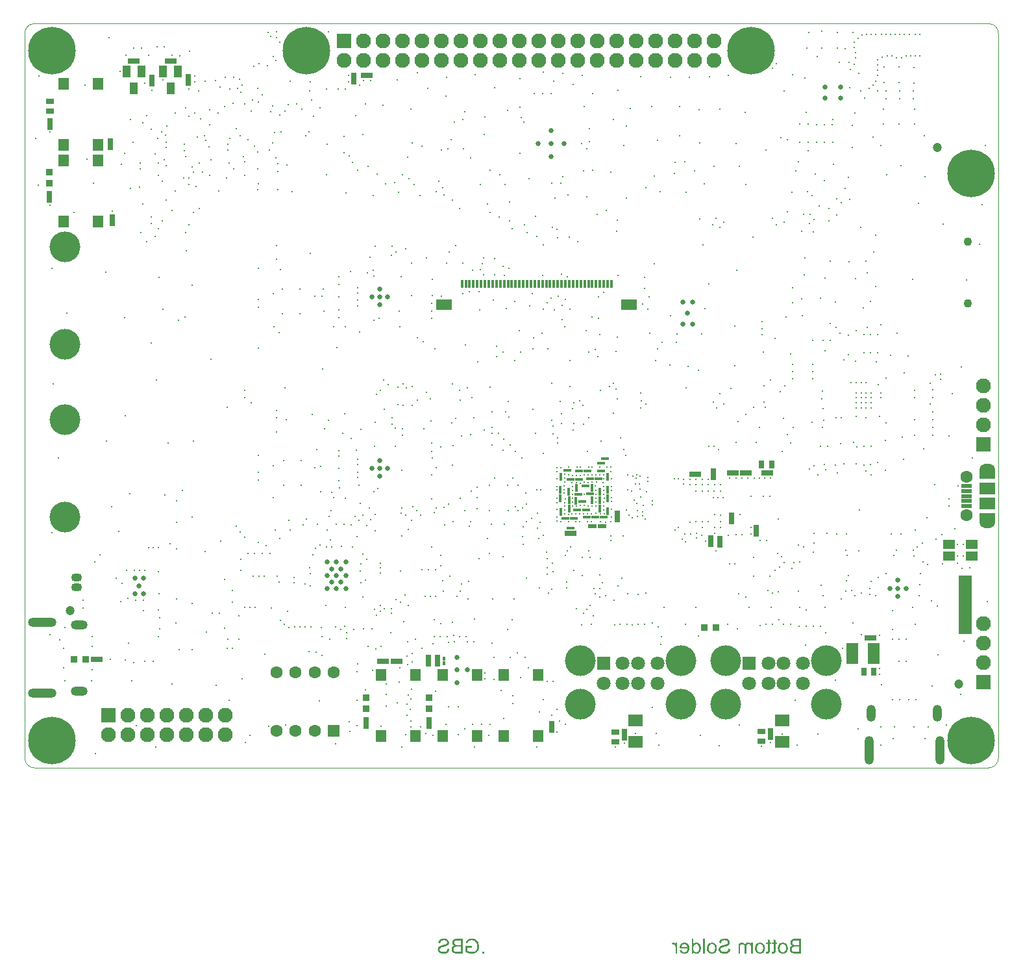
<source format=gbs>
G04*
G04 #@! TF.GenerationSoftware,Altium Limited,Altium Designer,20.2.4 (192)*
G04*
G04 Layer_Color=16711935*
%FSLAX43Y43*%
%MOMM*%
G71*
G04*
G04 #@! TF.SameCoordinates,44553359-EA11-4E8F-BC47-C13590829416*
G04*
G04*
G04 #@! TF.FilePolarity,Negative*
G04*
G01*
G75*
%ADD12C,0.100*%
%ADD13R,1.510X0.660*%
%ADD14R,1.510X0.800*%
%ADD15R,0.450X1.000*%
%ADD16R,1.100X0.600*%
%ADD17R,0.660X1.510*%
%ADD19R,1.000X0.450*%
%ADD20R,0.800X1.510*%
%ADD34R,0.610X0.660*%
%ADD36R,0.430X0.525*%
%ADD37R,0.660X0.610*%
%ADD40R,0.610X0.800*%
%ADD41R,0.800X0.610*%
%ADD46C,1.100*%
%ADD56C,1.200*%
%ADD111R,0.450X0.450*%
%ADD112R,0.500X0.600*%
%ADD113R,0.740X0.990*%
%ADD115R,1.880X1.500*%
%ADD117R,0.450X0.450*%
%ADD120R,1.000X0.650*%
%ADD126C,1.600*%
%ADD127R,1.600X1.600*%
%ADD128O,3.700X1.200*%
%ADD129O,2.200X1.200*%
%ADD130O,2.700X1.200*%
%ADD131O,2.000X1.300*%
%ADD132R,1.950X1.950*%
%ADD133C,1.950*%
%ADD134R,1.950X1.950*%
%ADD135C,4.000*%
%ADD136O,1.400X1.100*%
%ADD137C,1.800*%
%ADD138R,1.800X1.800*%
%ADD139O,1.200X3.700*%
%ADD140O,1.200X2.200*%
%ADD141O,1.200X2.700*%
%ADD142C,6.200*%
%ADD143C,0.250*%
%ADD144C,0.200*%
%ADD145C,0.650*%
%ADD220R,1.600X1.200*%
%ADD286R,0.400X1.100*%
%ADD287R,2.100X1.400*%
%ADD288R,1.400X1.650*%
%ADD289R,1.100X1.500*%
%ADD290R,1.100X0.700*%
%ADD291R,0.900X0.900*%
%ADD292R,0.650X1.000*%
%ADD293R,2.000X1.600*%
%ADD294R,1.450X0.500*%
%ADD295R,1.500X2.700*%
%ADD296R,0.900X0.900*%
G36*
X121800Y17425D02*
X123550D01*
Y25050D01*
X121800D01*
Y17425D01*
D02*
G37*
G36*
X124550Y33175D02*
Y31925D01*
X126550D01*
Y33175D01*
X124550D01*
D01*
D02*
G37*
G36*
Y38925D02*
Y37675D01*
X126550D01*
Y38925D01*
X124550D01*
D01*
D02*
G37*
G36*
X58405Y-22248D02*
X58503Y-22261D01*
X58547Y-22270D01*
X58589Y-22281D01*
X58627Y-22289D01*
X58664Y-22300D01*
X58697Y-22311D01*
X58725Y-22323D01*
X58750Y-22334D01*
X58772Y-22342D01*
X58788Y-22350D01*
X58800Y-22356D01*
X58808Y-22359D01*
X58811Y-22361D01*
X58850Y-22386D01*
X58888Y-22411D01*
X58955Y-22470D01*
X59013Y-22528D01*
X59061Y-22589D01*
X59099Y-22642D01*
X59113Y-22664D01*
X59124Y-22686D01*
X59136Y-22703D01*
X59141Y-22714D01*
X59144Y-22722D01*
X59147Y-22725D01*
X59185Y-22817D01*
X59213Y-22908D01*
X59235Y-22997D01*
X59241Y-23039D01*
X59249Y-23078D01*
X59252Y-23114D01*
X59258Y-23144D01*
X59260Y-23175D01*
Y-23200D01*
X59263Y-23219D01*
Y-23233D01*
Y-23244D01*
Y-23247D01*
X59258Y-23350D01*
X59244Y-23447D01*
X59235Y-23491D01*
X59227Y-23533D01*
X59216Y-23575D01*
X59205Y-23611D01*
X59194Y-23644D01*
X59183Y-23672D01*
X59174Y-23700D01*
X59166Y-23719D01*
X59158Y-23738D01*
X59152Y-23750D01*
X59147Y-23758D01*
Y-23761D01*
X59097Y-23841D01*
X59041Y-23911D01*
X58983Y-23972D01*
X58927Y-24022D01*
X58875Y-24060D01*
X58855Y-24074D01*
X58836Y-24088D01*
X58819Y-24097D01*
X58808Y-24105D01*
X58800Y-24108D01*
X58797Y-24110D01*
X58752Y-24133D01*
X58708Y-24149D01*
X58619Y-24180D01*
X58533Y-24199D01*
X58453Y-24216D01*
X58416Y-24219D01*
X58383Y-24224D01*
X58353Y-24227D01*
X58328D01*
X58308Y-24230D01*
X58280D01*
X58203Y-24227D01*
X58128Y-24219D01*
X58058Y-24205D01*
X57997Y-24191D01*
X57972Y-24185D01*
X57947Y-24180D01*
X57925Y-24171D01*
X57906Y-24166D01*
X57892Y-24160D01*
X57881Y-24158D01*
X57875Y-24155D01*
X57872D01*
X57797Y-24124D01*
X57728Y-24088D01*
X57661Y-24049D01*
X57603Y-24013D01*
X57578Y-23997D01*
X57553Y-23980D01*
X57534Y-23966D01*
X57517Y-23955D01*
X57503Y-23944D01*
X57492Y-23936D01*
X57486Y-23933D01*
X57484Y-23930D01*
Y-23216D01*
X58300D01*
Y-23444D01*
X57734D01*
Y-23805D01*
X57767Y-23833D01*
X57806Y-23858D01*
X57847Y-23880D01*
X57886Y-23899D01*
X57920Y-23916D01*
X57950Y-23930D01*
X57961Y-23936D01*
X57967Y-23938D01*
X57972Y-23941D01*
X57975D01*
X58033Y-23961D01*
X58092Y-23977D01*
X58144Y-23988D01*
X58194Y-23994D01*
X58236Y-23999D01*
X58253D01*
X58269Y-24002D01*
X58297D01*
X58366Y-23999D01*
X58433Y-23988D01*
X58494Y-23974D01*
X58550Y-23961D01*
X58594Y-23944D01*
X58614Y-23938D01*
X58627Y-23933D01*
X58641Y-23927D01*
X58650Y-23922D01*
X58655Y-23919D01*
X58658D01*
X58716Y-23883D01*
X58769Y-23844D01*
X58813Y-23802D01*
X58850Y-23761D01*
X58880Y-23722D01*
X58900Y-23691D01*
X58908Y-23680D01*
X58911Y-23672D01*
X58916Y-23666D01*
Y-23663D01*
X58944Y-23594D01*
X58966Y-23522D01*
X58980Y-23450D01*
X58991Y-23380D01*
X58994Y-23350D01*
X58997Y-23322D01*
X58999Y-23294D01*
Y-23272D01*
X59002Y-23255D01*
Y-23241D01*
Y-23233D01*
Y-23230D01*
X58999Y-23153D01*
X58991Y-23083D01*
X58980Y-23017D01*
X58966Y-22958D01*
X58961Y-22933D01*
X58952Y-22911D01*
X58947Y-22892D01*
X58941Y-22875D01*
X58936Y-22861D01*
X58933Y-22853D01*
X58930Y-22847D01*
Y-22844D01*
X58911Y-22806D01*
X58891Y-22770D01*
X58872Y-22736D01*
X58852Y-22708D01*
X58836Y-22686D01*
X58822Y-22667D01*
X58811Y-22656D01*
X58808Y-22653D01*
X58777Y-22622D01*
X58744Y-22595D01*
X58708Y-22572D01*
X58675Y-22550D01*
X58647Y-22536D01*
X58625Y-22522D01*
X58608Y-22517D01*
X58602Y-22514D01*
X58552Y-22495D01*
X58503Y-22481D01*
X58450Y-22472D01*
X58403Y-22464D01*
X58361Y-22461D01*
X58344D01*
X58330Y-22459D01*
X58300D01*
X58247Y-22461D01*
X58197Y-22467D01*
X58153Y-22475D01*
X58114Y-22484D01*
X58081Y-22495D01*
X58056Y-22503D01*
X58042Y-22509D01*
X58036Y-22511D01*
X57994Y-22531D01*
X57958Y-22553D01*
X57925Y-22575D01*
X57900Y-22597D01*
X57881Y-22617D01*
X57864Y-22631D01*
X57856Y-22642D01*
X57853Y-22645D01*
X57828Y-22678D01*
X57808Y-22717D01*
X57789Y-22753D01*
X57772Y-22792D01*
X57761Y-22825D01*
X57753Y-22850D01*
X57750Y-22861D01*
X57747Y-22869D01*
X57745Y-22872D01*
Y-22875D01*
X57514Y-22814D01*
X57534Y-22745D01*
X57559Y-22683D01*
X57584Y-22628D01*
X57606Y-22583D01*
X57628Y-22547D01*
X57645Y-22522D01*
X57656Y-22506D01*
X57661Y-22500D01*
X57700Y-22456D01*
X57742Y-22420D01*
X57786Y-22386D01*
X57828Y-22359D01*
X57867Y-22339D01*
X57897Y-22323D01*
X57908Y-22317D01*
X57917Y-22314D01*
X57922Y-22311D01*
X57925D01*
X57989Y-22289D01*
X58056Y-22273D01*
X58117Y-22259D01*
X58175Y-22250D01*
X58228Y-22245D01*
X58250D01*
X58267Y-22242D01*
X58355D01*
X58405Y-22248D01*
D02*
G37*
G36*
X59907Y-24196D02*
X59638D01*
Y-23927D01*
X59907D01*
Y-24196D01*
D02*
G37*
G36*
X57120D02*
X56387D01*
X56320Y-24194D01*
X56262Y-24191D01*
X56209Y-24185D01*
X56165Y-24180D01*
X56129Y-24174D01*
X56101Y-24171D01*
X56084Y-24166D01*
X56079D01*
X56032Y-24152D01*
X55993Y-24138D01*
X55957Y-24122D01*
X55926Y-24105D01*
X55901Y-24094D01*
X55882Y-24083D01*
X55871Y-24074D01*
X55868Y-24072D01*
X55837Y-24047D01*
X55810Y-24016D01*
X55787Y-23985D01*
X55765Y-23958D01*
X55749Y-23930D01*
X55737Y-23911D01*
X55729Y-23897D01*
X55726Y-23891D01*
X55707Y-23847D01*
X55693Y-23802D01*
X55682Y-23761D01*
X55676Y-23722D01*
X55671Y-23688D01*
X55668Y-23661D01*
Y-23644D01*
Y-23641D01*
Y-23638D01*
X55671Y-23577D01*
X55682Y-23522D01*
X55699Y-23475D01*
X55715Y-23430D01*
X55732Y-23397D01*
X55749Y-23372D01*
X55760Y-23355D01*
X55762Y-23350D01*
X55801Y-23305D01*
X55843Y-23269D01*
X55890Y-23239D01*
X55932Y-23214D01*
X55971Y-23194D01*
X56004Y-23183D01*
X56015Y-23178D01*
X56023Y-23175D01*
X56029Y-23172D01*
X56032D01*
X55984Y-23144D01*
X55943Y-23117D01*
X55910Y-23086D01*
X55882Y-23058D01*
X55860Y-23036D01*
X55843Y-23014D01*
X55835Y-23003D01*
X55832Y-22997D01*
X55810Y-22956D01*
X55793Y-22917D01*
X55779Y-22878D01*
X55771Y-22842D01*
X55765Y-22811D01*
X55762Y-22786D01*
Y-22772D01*
Y-22767D01*
X55765Y-22720D01*
X55773Y-22672D01*
X55787Y-22631D01*
X55801Y-22592D01*
X55815Y-22559D01*
X55829Y-22536D01*
X55837Y-22520D01*
X55840Y-22514D01*
X55871Y-22472D01*
X55904Y-22434D01*
X55940Y-22403D01*
X55973Y-22378D01*
X56001Y-22359D01*
X56026Y-22345D01*
X56043Y-22336D01*
X56046Y-22334D01*
X56048D01*
X56101Y-22314D01*
X56159Y-22300D01*
X56218Y-22289D01*
X56273Y-22284D01*
X56323Y-22278D01*
X56345D01*
X56365Y-22275D01*
X57120D01*
Y-24196D01*
D02*
G37*
G36*
X54730Y-22245D02*
X54793Y-22253D01*
X54855Y-22264D01*
X54907Y-22275D01*
X54949Y-22286D01*
X54968Y-22292D01*
X54982Y-22298D01*
X54993Y-22303D01*
X55002Y-22306D01*
X55007Y-22309D01*
X55010D01*
X55066Y-22336D01*
X55116Y-22367D01*
X55157Y-22400D01*
X55190Y-22431D01*
X55215Y-22459D01*
X55235Y-22481D01*
X55249Y-22497D01*
X55252Y-22500D01*
Y-22503D01*
X55279Y-22550D01*
X55299Y-22597D01*
X55313Y-22645D01*
X55321Y-22686D01*
X55327Y-22722D01*
X55332Y-22750D01*
Y-22761D01*
Y-22770D01*
Y-22772D01*
Y-22775D01*
X55329Y-22822D01*
X55321Y-22867D01*
X55310Y-22908D01*
X55299Y-22944D01*
X55288Y-22972D01*
X55277Y-22994D01*
X55268Y-23008D01*
X55265Y-23014D01*
X55238Y-23053D01*
X55204Y-23089D01*
X55171Y-23119D01*
X55138Y-23144D01*
X55110Y-23167D01*
X55085Y-23180D01*
X55068Y-23191D01*
X55066Y-23194D01*
X55063D01*
X55041Y-23205D01*
X55016Y-23216D01*
X54960Y-23236D01*
X54896Y-23255D01*
X54835Y-23275D01*
X54780Y-23291D01*
X54755Y-23297D01*
X54732Y-23303D01*
X54716Y-23308D01*
X54702Y-23311D01*
X54694Y-23314D01*
X54691D01*
X54644Y-23325D01*
X54599Y-23336D01*
X54560Y-23347D01*
X54527Y-23355D01*
X54494Y-23364D01*
X54466Y-23372D01*
X54441Y-23378D01*
X54421Y-23386D01*
X54402Y-23391D01*
X54388Y-23394D01*
X54366Y-23402D01*
X54352Y-23405D01*
X54349Y-23408D01*
X54308Y-23425D01*
X54272Y-23444D01*
X54241Y-23464D01*
X54219Y-23480D01*
X54199Y-23497D01*
X54188Y-23508D01*
X54180Y-23516D01*
X54177Y-23519D01*
X54158Y-23544D01*
X54144Y-23572D01*
X54136Y-23600D01*
X54127Y-23622D01*
X54124Y-23644D01*
X54122Y-23661D01*
Y-23675D01*
Y-23677D01*
X54124Y-23711D01*
X54130Y-23741D01*
X54138Y-23769D01*
X54149Y-23791D01*
X54161Y-23813D01*
X54169Y-23827D01*
X54174Y-23838D01*
X54177Y-23841D01*
X54199Y-23869D01*
X54227Y-23891D01*
X54255Y-23911D01*
X54280Y-23930D01*
X54305Y-23941D01*
X54324Y-23952D01*
X54338Y-23958D01*
X54344Y-23961D01*
X54385Y-23974D01*
X54430Y-23985D01*
X54474Y-23991D01*
X54513Y-23997D01*
X54546Y-23999D01*
X54574Y-24002D01*
X54599D01*
X54660Y-23999D01*
X54716Y-23994D01*
X54766Y-23985D01*
X54810Y-23974D01*
X54846Y-23963D01*
X54874Y-23955D01*
X54882Y-23952D01*
X54891Y-23949D01*
X54893Y-23947D01*
X54896D01*
X54941Y-23924D01*
X54982Y-23899D01*
X55013Y-23874D01*
X55041Y-23849D01*
X55063Y-23830D01*
X55077Y-23811D01*
X55085Y-23799D01*
X55088Y-23797D01*
X55107Y-23761D01*
X55127Y-23722D01*
X55138Y-23680D01*
X55149Y-23644D01*
X55157Y-23608D01*
X55163Y-23583D01*
Y-23572D01*
X55166Y-23564D01*
Y-23561D01*
Y-23558D01*
X55404Y-23580D01*
X55399Y-23650D01*
X55388Y-23716D01*
X55371Y-23774D01*
X55352Y-23827D01*
X55332Y-23869D01*
X55324Y-23886D01*
X55318Y-23899D01*
X55310Y-23911D01*
X55307Y-23919D01*
X55302Y-23924D01*
Y-23927D01*
X55260Y-23980D01*
X55215Y-24027D01*
X55168Y-24066D01*
X55124Y-24099D01*
X55085Y-24124D01*
X55052Y-24141D01*
X55041Y-24147D01*
X55032Y-24152D01*
X55027Y-24155D01*
X55024D01*
X54955Y-24180D01*
X54882Y-24199D01*
X54810Y-24210D01*
X54741Y-24221D01*
X54707Y-24224D01*
X54680Y-24227D01*
X54655D01*
X54632Y-24230D01*
X54588D01*
X54513Y-24227D01*
X54444Y-24219D01*
X54380Y-24205D01*
X54327Y-24191D01*
X54283Y-24180D01*
X54263Y-24171D01*
X54247Y-24166D01*
X54235Y-24160D01*
X54227Y-24158D01*
X54222Y-24155D01*
X54219D01*
X54161Y-24124D01*
X54111Y-24091D01*
X54066Y-24055D01*
X54030Y-24022D01*
X54002Y-23994D01*
X53983Y-23969D01*
X53969Y-23952D01*
X53966Y-23949D01*
Y-23947D01*
X53936Y-23894D01*
X53913Y-23844D01*
X53900Y-23797D01*
X53888Y-23752D01*
X53883Y-23713D01*
X53877Y-23683D01*
Y-23672D01*
Y-23663D01*
Y-23661D01*
Y-23658D01*
X53880Y-23602D01*
X53888Y-23550D01*
X53902Y-23502D01*
X53916Y-23464D01*
X53933Y-23430D01*
X53944Y-23405D01*
X53955Y-23391D01*
X53958Y-23386D01*
X53991Y-23344D01*
X54030Y-23305D01*
X54072Y-23272D01*
X54113Y-23241D01*
X54149Y-23219D01*
X54180Y-23203D01*
X54191Y-23197D01*
X54199Y-23191D01*
X54205Y-23189D01*
X54208D01*
X54230Y-23178D01*
X54258Y-23169D01*
X54288Y-23158D01*
X54322Y-23147D01*
X54391Y-23128D01*
X54463Y-23108D01*
X54496Y-23100D01*
X54527Y-23092D01*
X54558Y-23083D01*
X54583Y-23078D01*
X54602Y-23072D01*
X54619Y-23069D01*
X54630Y-23067D01*
X54632D01*
X54688Y-23053D01*
X54738Y-23042D01*
X54782Y-23028D01*
X54821Y-23017D01*
X54857Y-23003D01*
X54888Y-22992D01*
X54916Y-22980D01*
X54941Y-22972D01*
X54960Y-22961D01*
X54977Y-22953D01*
X54988Y-22947D01*
X54999Y-22939D01*
X55013Y-22931D01*
X55016Y-22928D01*
X55041Y-22900D01*
X55057Y-22872D01*
X55071Y-22844D01*
X55079Y-22817D01*
X55085Y-22795D01*
X55088Y-22775D01*
Y-22764D01*
Y-22758D01*
X55082Y-22714D01*
X55071Y-22675D01*
X55054Y-22642D01*
X55035Y-22611D01*
X55018Y-22589D01*
X55002Y-22570D01*
X54991Y-22559D01*
X54985Y-22556D01*
X54963Y-22542D01*
X54941Y-22528D01*
X54888Y-22506D01*
X54832Y-22492D01*
X54777Y-22481D01*
X54727Y-22475D01*
X54705Y-22472D01*
X54688Y-22470D01*
X54649D01*
X54571Y-22472D01*
X54502Y-22484D01*
X54446Y-22500D01*
X54399Y-22517D01*
X54363Y-22534D01*
X54335Y-22550D01*
X54322Y-22561D01*
X54316Y-22564D01*
X54277Y-22603D01*
X54247Y-22645D01*
X54222Y-22689D01*
X54205Y-22733D01*
X54194Y-22775D01*
X54186Y-22806D01*
X54183Y-22819D01*
X54180Y-22828D01*
Y-22833D01*
Y-22836D01*
X53936Y-22817D01*
X53941Y-22756D01*
X53955Y-22700D01*
X53969Y-22647D01*
X53988Y-22603D01*
X54005Y-22567D01*
X54019Y-22539D01*
X54024Y-22531D01*
X54030Y-22522D01*
X54033Y-22520D01*
Y-22517D01*
X54069Y-22470D01*
X54108Y-22428D01*
X54149Y-22392D01*
X54191Y-22364D01*
X54227Y-22339D01*
X54255Y-22325D01*
X54266Y-22320D01*
X54274Y-22314D01*
X54280Y-22311D01*
X54283D01*
X54344Y-22289D01*
X54410Y-22273D01*
X54471Y-22259D01*
X54530Y-22250D01*
X54583Y-22245D01*
X54602D01*
X54621Y-22242D01*
X54657D01*
X54730Y-22245D01*
D02*
G37*
G36*
X94389Y-22775D02*
X94436Y-22783D01*
X94478Y-22792D01*
X94514Y-22803D01*
X94544Y-22817D01*
X94567Y-22825D01*
X94581Y-22833D01*
X94586Y-22836D01*
X94625Y-22861D01*
X94658Y-22889D01*
X94689Y-22917D01*
X94714Y-22944D01*
X94733Y-22967D01*
X94750Y-22986D01*
X94758Y-22997D01*
X94761Y-23003D01*
Y-22803D01*
X94972D01*
Y-24196D01*
X94736D01*
Y-23475D01*
X94733Y-23408D01*
X94730Y-23350D01*
X94725Y-23300D01*
X94717Y-23258D01*
X94708Y-23228D01*
X94703Y-23205D01*
X94700Y-23191D01*
X94697Y-23186D01*
X94681Y-23150D01*
X94661Y-23119D01*
X94642Y-23092D01*
X94622Y-23069D01*
X94603Y-23053D01*
X94589Y-23042D01*
X94578Y-23033D01*
X94575Y-23030D01*
X94542Y-23014D01*
X94511Y-23000D01*
X94478Y-22992D01*
X94450Y-22983D01*
X94428Y-22980D01*
X94408Y-22978D01*
X94392D01*
X94345Y-22980D01*
X94306Y-22989D01*
X94272Y-23003D01*
X94247Y-23017D01*
X94228Y-23033D01*
X94214Y-23044D01*
X94206Y-23055D01*
X94203Y-23058D01*
X94184Y-23092D01*
X94170Y-23128D01*
X94159Y-23167D01*
X94153Y-23205D01*
X94147Y-23239D01*
X94145Y-23269D01*
Y-23280D01*
Y-23286D01*
Y-23291D01*
Y-23294D01*
Y-24196D01*
X93909Y-24196D01*
Y-23389D01*
X93903Y-23314D01*
X93892Y-23250D01*
X93878Y-23197D01*
X93859Y-23153D01*
X93842Y-23119D01*
X93825Y-23097D01*
X93814Y-23083D01*
X93812Y-23078D01*
X93773Y-23044D01*
X93731Y-23019D01*
X93689Y-23003D01*
X93651Y-22989D01*
X93617Y-22983D01*
X93589Y-22981D01*
X93578Y-22978D01*
X93564D01*
X93534Y-22981D01*
X93509Y-22983D01*
X93484Y-22989D01*
X93465Y-22997D01*
X93445Y-23005D01*
X93434Y-23011D01*
X93426Y-23014D01*
X93423Y-23017D01*
X93401Y-23033D01*
X93384Y-23050D01*
X93370Y-23067D01*
X93359Y-23083D01*
X93351Y-23097D01*
X93345Y-23108D01*
X93340Y-23117D01*
Y-23119D01*
X93331Y-23144D01*
X93326Y-23178D01*
X93323Y-23211D01*
X93320Y-23244D01*
X93317Y-23275D01*
Y-23300D01*
Y-23316D01*
Y-23319D01*
Y-23322D01*
Y-24196D01*
X93081D01*
Y-23241D01*
Y-23197D01*
X93087Y-23158D01*
X93093Y-23119D01*
X93098Y-23086D01*
X93106Y-23053D01*
X93118Y-23025D01*
X93126Y-23000D01*
X93137Y-22975D01*
X93148Y-22956D01*
X93156Y-22936D01*
X93176Y-22911D01*
X93187Y-22894D01*
X93192Y-22889D01*
X93237Y-22850D01*
X93290Y-22822D01*
X93342Y-22800D01*
X93392Y-22786D01*
X93440Y-22778D01*
X93459Y-22775D01*
X93478D01*
X93492Y-22772D01*
X93512D01*
X93562Y-22775D01*
X93606Y-22783D01*
X93651Y-22795D01*
X93692Y-22811D01*
X93731Y-22831D01*
X93767Y-22850D01*
X93798Y-22872D01*
X93828Y-22894D01*
X93856Y-22919D01*
X93878Y-22942D01*
X93898Y-22961D01*
X93914Y-22981D01*
X93928Y-22997D01*
X93936Y-23008D01*
X93942Y-23017D01*
X93945Y-23019D01*
X93961Y-22978D01*
X93984Y-22942D01*
X94009Y-22911D01*
X94031Y-22886D01*
X94053Y-22864D01*
X94070Y-22850D01*
X94081Y-22842D01*
X94086Y-22839D01*
X94125Y-22817D01*
X94167Y-22800D01*
X94209Y-22789D01*
X94250Y-22781D01*
X94284Y-22775D01*
X94314Y-22772D01*
X94339D01*
X94389Y-22775D01*
D02*
G37*
G36*
X97918Y-22459D02*
Y-22803D01*
X98092D01*
Y-22986D01*
X97918D01*
Y-23791D01*
Y-23830D01*
Y-23863D01*
X97915Y-23894D01*
X97912Y-23924D01*
Y-23949D01*
X97909Y-23972D01*
X97904Y-24008D01*
X97898Y-24035D01*
X97895Y-24055D01*
X97890Y-24066D01*
Y-24069D01*
X97879Y-24094D01*
X97862Y-24113D01*
X97845Y-24133D01*
X97832Y-24147D01*
X97815Y-24160D01*
X97804Y-24169D01*
X97795Y-24174D01*
X97793Y-24177D01*
X97762Y-24191D01*
X97732Y-24199D01*
X97698Y-24208D01*
X97665Y-24210D01*
X97637Y-24213D01*
X97615Y-24216D01*
X97593D01*
X97532Y-24213D01*
X97501Y-24210D01*
X97473Y-24205D01*
X97448Y-24202D01*
X97429Y-24199D01*
X97418Y-24196D01*
X97412D01*
X97443Y-23988D01*
X97465Y-23991D01*
X97487Y-23994D01*
X97507D01*
X97521Y-23997D01*
X97548D01*
X97584Y-23994D01*
X97609Y-23988D01*
X97623Y-23983D01*
X97629Y-23980D01*
X97648Y-23966D01*
X97659Y-23952D01*
X97668Y-23941D01*
X97671Y-23936D01*
X97673Y-23922D01*
X97676Y-23902D01*
X97679Y-23858D01*
X97682Y-23838D01*
Y-23822D01*
Y-23811D01*
Y-23805D01*
Y-22986D01*
X97443D01*
Y-22803D01*
X97682D01*
Y-22317D01*
X97918Y-22459D01*
D02*
G37*
G36*
X97171D02*
Y-22803D01*
X97346D01*
Y-22986D01*
X97171D01*
Y-23791D01*
Y-23830D01*
Y-23863D01*
X97168Y-23894D01*
X97165Y-23924D01*
Y-23949D01*
X97162Y-23972D01*
X97157Y-24008D01*
X97151Y-24035D01*
X97149Y-24055D01*
X97143Y-24066D01*
Y-24069D01*
X97132Y-24094D01*
X97115Y-24113D01*
X97099Y-24133D01*
X97085Y-24147D01*
X97068Y-24160D01*
X97057Y-24169D01*
X97049Y-24174D01*
X97046Y-24177D01*
X97015Y-24191D01*
X96985Y-24199D01*
X96951Y-24208D01*
X96918Y-24210D01*
X96890Y-24213D01*
X96868Y-24216D01*
X96846D01*
X96785Y-24213D01*
X96754Y-24210D01*
X96727Y-24205D01*
X96702Y-24202D01*
X96682Y-24199D01*
X96671Y-24196D01*
X96666D01*
X96696Y-23988D01*
X96718Y-23991D01*
X96740Y-23994D01*
X96760D01*
X96774Y-23997D01*
X96802D01*
X96838Y-23994D01*
X96863Y-23988D01*
X96877Y-23983D01*
X96882Y-23980D01*
X96901Y-23966D01*
X96913Y-23952D01*
X96921Y-23941D01*
X96924Y-23936D01*
X96926Y-23922D01*
X96929Y-23902D01*
X96932Y-23858D01*
X96935Y-23838D01*
Y-23822D01*
Y-23811D01*
Y-23805D01*
Y-22986D01*
X96696D01*
Y-22803D01*
X96935D01*
Y-22317D01*
X97171Y-22459D01*
D02*
G37*
G36*
X86094Y-22775D02*
X86144Y-22781D01*
X86191Y-22789D01*
X86235Y-22803D01*
X86277Y-22817D01*
X86316Y-22833D01*
X86352Y-22850D01*
X86382Y-22869D01*
X86413Y-22886D01*
X86438Y-22906D01*
X86460Y-22922D01*
X86477Y-22936D01*
X86491Y-22950D01*
X86502Y-22958D01*
X86507Y-22964D01*
X86510Y-22967D01*
X86541Y-23005D01*
X86568Y-23047D01*
X86593Y-23089D01*
X86616Y-23133D01*
X86632Y-23180D01*
X86646Y-23225D01*
X86668Y-23314D01*
X86677Y-23353D01*
X86682Y-23391D01*
X86685Y-23425D01*
X86688Y-23455D01*
X86691Y-23480D01*
Y-23497D01*
Y-23511D01*
Y-23514D01*
X86688Y-23575D01*
X86682Y-23633D01*
X86674Y-23688D01*
X86663Y-23738D01*
X86649Y-23786D01*
X86635Y-23830D01*
X86618Y-23869D01*
X86602Y-23905D01*
X86585Y-23936D01*
X86568Y-23963D01*
X86555Y-23986D01*
X86541Y-24005D01*
X86530Y-24022D01*
X86521Y-24033D01*
X86516Y-24038D01*
X86513Y-24041D01*
X86477Y-24074D01*
X86441Y-24102D01*
X86402Y-24127D01*
X86360Y-24149D01*
X86321Y-24166D01*
X86280Y-24183D01*
X86202Y-24205D01*
X86166Y-24210D01*
X86133Y-24216D01*
X86102Y-24221D01*
X86077Y-24224D01*
X86058Y-24227D01*
X86027D01*
X85941Y-24221D01*
X85863Y-24208D01*
X85794Y-24191D01*
X85766Y-24180D01*
X85738Y-24169D01*
X85713Y-24158D01*
X85691Y-24147D01*
X85674Y-24138D01*
X85658Y-24130D01*
X85647Y-24122D01*
X85638Y-24116D01*
X85633Y-24110D01*
X85630D01*
X85575Y-24060D01*
X85530Y-24008D01*
X85491Y-23952D01*
X85463Y-23899D01*
X85441Y-23852D01*
X85433Y-23830D01*
X85425Y-23813D01*
X85419Y-23797D01*
X85416Y-23786D01*
X85413Y-23780D01*
Y-23777D01*
X85658Y-23747D01*
X85680Y-23799D01*
X85705Y-23844D01*
X85730Y-23883D01*
X85752Y-23913D01*
X85772Y-23936D01*
X85788Y-23952D01*
X85802Y-23963D01*
X85805Y-23966D01*
X85841Y-23988D01*
X85877Y-24005D01*
X85916Y-24016D01*
X85949Y-24024D01*
X85980Y-24030D01*
X86005Y-24033D01*
X86027D01*
X86060Y-24030D01*
X86091Y-24027D01*
X86146Y-24013D01*
X86196Y-23994D01*
X86241Y-23972D01*
X86274Y-23952D01*
X86299Y-23933D01*
X86316Y-23919D01*
X86319Y-23913D01*
X86321D01*
X86360Y-23863D01*
X86391Y-23808D01*
X86413Y-23747D01*
X86430Y-23691D01*
X86438Y-23641D01*
X86443Y-23619D01*
X86446Y-23600D01*
Y-23583D01*
X86449Y-23572D01*
Y-23564D01*
Y-23561D01*
X85408D01*
X85405Y-23533D01*
Y-23514D01*
Y-23502D01*
Y-23500D01*
X85408Y-23436D01*
X85413Y-23378D01*
X85422Y-23322D01*
X85433Y-23269D01*
X85447Y-23222D01*
X85461Y-23178D01*
X85477Y-23139D01*
X85494Y-23103D01*
X85511Y-23069D01*
X85527Y-23042D01*
X85541Y-23019D01*
X85555Y-23000D01*
X85566Y-22983D01*
X85575Y-22972D01*
X85580Y-22967D01*
X85583Y-22964D01*
X85616Y-22931D01*
X85652Y-22900D01*
X85691Y-22875D01*
X85730Y-22853D01*
X85769Y-22833D01*
X85805Y-22819D01*
X85844Y-22806D01*
X85877Y-22797D01*
X85913Y-22789D01*
X85944Y-22783D01*
X85972Y-22778D01*
X85994Y-22775D01*
X86013Y-22772D01*
X86041D01*
X86094Y-22775D01*
D02*
G37*
G36*
X101221Y-24196D02*
X100488D01*
X100422Y-24194D01*
X100363Y-24191D01*
X100311Y-24185D01*
X100266Y-24180D01*
X100230Y-24174D01*
X100202Y-24171D01*
X100186Y-24166D01*
X100180D01*
X100133Y-24152D01*
X100094Y-24138D01*
X100058Y-24122D01*
X100028Y-24105D01*
X100003Y-24094D01*
X99983Y-24083D01*
X99972Y-24074D01*
X99969Y-24072D01*
X99939Y-24047D01*
X99911Y-24016D01*
X99889Y-23985D01*
X99867Y-23958D01*
X99850Y-23930D01*
X99839Y-23911D01*
X99830Y-23897D01*
X99828Y-23891D01*
X99808Y-23847D01*
X99794Y-23802D01*
X99783Y-23761D01*
X99778Y-23722D01*
X99772Y-23688D01*
X99769Y-23661D01*
Y-23644D01*
Y-23641D01*
Y-23638D01*
X99772Y-23577D01*
X99783Y-23522D01*
X99800Y-23475D01*
X99817Y-23430D01*
X99833Y-23397D01*
X99850Y-23372D01*
X99861Y-23355D01*
X99864Y-23350D01*
X99903Y-23305D01*
X99944Y-23269D01*
X99991Y-23239D01*
X100033Y-23214D01*
X100072Y-23194D01*
X100105Y-23183D01*
X100116Y-23178D01*
X100125Y-23175D01*
X100130Y-23172D01*
X100133D01*
X100086Y-23144D01*
X100044Y-23117D01*
X100011Y-23086D01*
X99983Y-23058D01*
X99961Y-23036D01*
X99944Y-23014D01*
X99936Y-23003D01*
X99933Y-22997D01*
X99911Y-22956D01*
X99894Y-22917D01*
X99880Y-22878D01*
X99872Y-22842D01*
X99867Y-22811D01*
X99864Y-22786D01*
Y-22772D01*
Y-22767D01*
X99867Y-22720D01*
X99875Y-22672D01*
X99889Y-22631D01*
X99903Y-22592D01*
X99916Y-22559D01*
X99930Y-22536D01*
X99939Y-22520D01*
X99941Y-22514D01*
X99972Y-22472D01*
X100005Y-22434D01*
X100041Y-22403D01*
X100075Y-22378D01*
X100102Y-22359D01*
X100127Y-22345D01*
X100144Y-22336D01*
X100147Y-22334D01*
X100150D01*
X100202Y-22314D01*
X100261Y-22300D01*
X100319Y-22289D01*
X100375Y-22284D01*
X100425Y-22278D01*
X100447D01*
X100466Y-22275D01*
X101221D01*
Y-24196D01*
D02*
G37*
G36*
X88706Y-24196D02*
X88470D01*
Y-22275D01*
X88706D01*
Y-24196D01*
D02*
G37*
G36*
X84636Y-22775D02*
X84664Y-22781D01*
X84692Y-22789D01*
X84714Y-22797D01*
X84731Y-22806D01*
X84747Y-22814D01*
X84756Y-22819D01*
X84758Y-22822D01*
X84783Y-22844D01*
X84808Y-22872D01*
X84833Y-22906D01*
X84855Y-22936D01*
X84878Y-22967D01*
X84892Y-22992D01*
X84903Y-23011D01*
X84905Y-23014D01*
Y-22803D01*
X85119D01*
Y-24196D01*
X84883D01*
Y-23469D01*
X84880Y-23414D01*
X84878Y-23364D01*
X84872Y-23316D01*
X84864Y-23275D01*
X84855Y-23241D01*
X84850Y-23216D01*
X84847Y-23200D01*
X84844Y-23194D01*
X84833Y-23164D01*
X84819Y-23139D01*
X84805Y-23117D01*
X84792Y-23097D01*
X84778Y-23083D01*
X84769Y-23072D01*
X84761Y-23067D01*
X84758Y-23064D01*
X84736Y-23047D01*
X84711Y-23036D01*
X84686Y-23028D01*
X84667Y-23022D01*
X84647Y-23019D01*
X84633Y-23017D01*
X84619D01*
X84589Y-23019D01*
X84558Y-23025D01*
X84528Y-23033D01*
X84503Y-23042D01*
X84481Y-23050D01*
X84464Y-23058D01*
X84453Y-23064D01*
X84450Y-23067D01*
X84364Y-22850D01*
X84411Y-22825D01*
X84456Y-22806D01*
X84495Y-22792D01*
X84531Y-22781D01*
X84561Y-22775D01*
X84586Y-22772D01*
X84606D01*
X84636Y-22775D01*
D02*
G37*
G36*
X98934Y-22775D02*
X98978Y-22778D01*
X99064Y-22797D01*
X99139Y-22822D01*
X99172Y-22836D01*
X99203Y-22850D01*
X99231Y-22864D01*
X99253Y-22878D01*
X99275Y-22892D01*
X99292Y-22903D01*
X99306Y-22914D01*
X99317Y-22922D01*
X99322Y-22925D01*
X99325Y-22928D01*
X99364Y-22964D01*
X99395Y-23005D01*
X99425Y-23050D01*
X99447Y-23094D01*
X99469Y-23142D01*
X99486Y-23191D01*
X99500Y-23239D01*
X99511Y-23283D01*
X99522Y-23328D01*
X99528Y-23366D01*
X99533Y-23405D01*
X99536Y-23436D01*
Y-23464D01*
X99539Y-23483D01*
Y-23494D01*
Y-23500D01*
X99536Y-23564D01*
X99531Y-23625D01*
X99522Y-23680D01*
X99511Y-23733D01*
X99497Y-23780D01*
X99483Y-23824D01*
X99467Y-23866D01*
X99450Y-23902D01*
X99433Y-23936D01*
X99417Y-23963D01*
X99403Y-23985D01*
X99389Y-24005D01*
X99378Y-24022D01*
X99370Y-24033D01*
X99364Y-24038D01*
X99361Y-24041D01*
X99325Y-24074D01*
X99289Y-24102D01*
X99250Y-24127D01*
X99211Y-24149D01*
X99172Y-24166D01*
X99131Y-24183D01*
X99056Y-24205D01*
X99023Y-24210D01*
X98989Y-24216D01*
X98961Y-24221D01*
X98936Y-24224D01*
X98914Y-24227D01*
X98886D01*
X98820Y-24224D01*
X98759Y-24213D01*
X98700Y-24199D01*
X98653Y-24185D01*
X98612Y-24169D01*
X98595Y-24163D01*
X98581Y-24158D01*
X98567Y-24152D01*
X98559Y-24147D01*
X98556Y-24144D01*
X98553D01*
X98498Y-24108D01*
X98451Y-24069D01*
X98409Y-24030D01*
X98376Y-23991D01*
X98351Y-23958D01*
X98331Y-23930D01*
X98326Y-23919D01*
X98320Y-23911D01*
X98317Y-23908D01*
Y-23905D01*
X98290Y-23841D01*
X98270Y-23772D01*
X98254Y-23702D01*
X98245Y-23633D01*
X98240Y-23602D01*
Y-23575D01*
X98237Y-23547D01*
X98234Y-23525D01*
Y-23505D01*
Y-23491D01*
Y-23483D01*
Y-23480D01*
X98237Y-23419D01*
X98242Y-23364D01*
X98251Y-23311D01*
X98262Y-23261D01*
X98276Y-23214D01*
X98292Y-23172D01*
X98309Y-23130D01*
X98326Y-23097D01*
X98342Y-23067D01*
X98359Y-23039D01*
X98376Y-23014D01*
X98390Y-22994D01*
X98401Y-22980D01*
X98409Y-22969D01*
X98415Y-22964D01*
X98417Y-22961D01*
X98453Y-22928D01*
X98489Y-22900D01*
X98528Y-22872D01*
X98567Y-22853D01*
X98606Y-22833D01*
X98645Y-22819D01*
X98720Y-22795D01*
X98756Y-22789D01*
X98787Y-22783D01*
X98814Y-22778D01*
X98839Y-22775D01*
X98859Y-22772D01*
X98886D01*
X98934Y-22775D01*
D02*
G37*
G36*
X95946D02*
X95991Y-22778D01*
X96077Y-22797D01*
X96152Y-22822D01*
X96185Y-22836D01*
X96216Y-22850D01*
X96244Y-22864D01*
X96266Y-22878D01*
X96288Y-22892D01*
X96305Y-22903D01*
X96318Y-22914D01*
X96330Y-22922D01*
X96335Y-22925D01*
X96338Y-22928D01*
X96377Y-22964D01*
X96407Y-23005D01*
X96438Y-23050D01*
X96460Y-23094D01*
X96482Y-23142D01*
X96499Y-23191D01*
X96513Y-23239D01*
X96524Y-23283D01*
X96535Y-23328D01*
X96541Y-23366D01*
X96546Y-23405D01*
X96549Y-23436D01*
Y-23464D01*
X96552Y-23483D01*
Y-23494D01*
Y-23500D01*
X96549Y-23564D01*
X96543Y-23625D01*
X96535Y-23680D01*
X96524Y-23733D01*
X96510Y-23780D01*
X96496Y-23824D01*
X96480Y-23866D01*
X96463Y-23902D01*
X96446Y-23936D01*
X96430Y-23963D01*
X96416Y-23985D01*
X96402Y-24005D01*
X96391Y-24022D01*
X96382Y-24033D01*
X96377Y-24038D01*
X96374Y-24041D01*
X96338Y-24074D01*
X96302Y-24102D01*
X96263Y-24127D01*
X96224Y-24149D01*
X96185Y-24166D01*
X96144Y-24183D01*
X96069Y-24205D01*
X96035Y-24210D01*
X96002Y-24216D01*
X95974Y-24221D01*
X95949Y-24224D01*
X95927Y-24227D01*
X95899D01*
X95833Y-24224D01*
X95772Y-24213D01*
X95713Y-24199D01*
X95666Y-24185D01*
X95624Y-24169D01*
X95608Y-24163D01*
X95594Y-24158D01*
X95580Y-24152D01*
X95572Y-24147D01*
X95569Y-24144D01*
X95566D01*
X95511Y-24108D01*
X95463Y-24069D01*
X95422Y-24030D01*
X95388Y-23991D01*
X95363Y-23958D01*
X95344Y-23930D01*
X95338Y-23919D01*
X95333Y-23911D01*
X95330Y-23908D01*
Y-23905D01*
X95302Y-23841D01*
X95283Y-23772D01*
X95266Y-23702D01*
X95258Y-23633D01*
X95252Y-23602D01*
Y-23575D01*
X95250Y-23547D01*
X95247Y-23525D01*
Y-23505D01*
Y-23491D01*
Y-23483D01*
Y-23480D01*
X95250Y-23419D01*
X95255Y-23364D01*
X95264Y-23311D01*
X95275Y-23261D01*
X95289Y-23214D01*
X95305Y-23172D01*
X95322Y-23130D01*
X95338Y-23097D01*
X95355Y-23067D01*
X95372Y-23039D01*
X95388Y-23014D01*
X95402Y-22994D01*
X95413Y-22980D01*
X95422Y-22969D01*
X95427Y-22964D01*
X95430Y-22961D01*
X95466Y-22928D01*
X95502Y-22900D01*
X95541Y-22872D01*
X95580Y-22853D01*
X95619Y-22833D01*
X95658Y-22819D01*
X95733Y-22795D01*
X95769Y-22789D01*
X95799Y-22783D01*
X95827Y-22778D01*
X95852Y-22775D01*
X95872Y-22772D01*
X95899D01*
X95946Y-22775D01*
D02*
G37*
G36*
X89678Y-22775D02*
X89722Y-22778D01*
X89808Y-22797D01*
X89883Y-22822D01*
X89917Y-22836D01*
X89947Y-22850D01*
X89975Y-22864D01*
X89997Y-22878D01*
X90019Y-22892D01*
X90036Y-22903D01*
X90050Y-22914D01*
X90061Y-22922D01*
X90066Y-22925D01*
X90069Y-22928D01*
X90108Y-22964D01*
X90139Y-23005D01*
X90169Y-23050D01*
X90191Y-23094D01*
X90214Y-23142D01*
X90230Y-23191D01*
X90244Y-23239D01*
X90255Y-23283D01*
X90266Y-23328D01*
X90272Y-23366D01*
X90277Y-23405D01*
X90280Y-23436D01*
Y-23464D01*
X90283Y-23483D01*
Y-23494D01*
Y-23500D01*
X90280Y-23564D01*
X90275Y-23625D01*
X90266Y-23680D01*
X90255Y-23733D01*
X90241Y-23780D01*
X90227Y-23824D01*
X90211Y-23866D01*
X90194Y-23902D01*
X90177Y-23936D01*
X90161Y-23963D01*
X90147Y-23986D01*
X90133Y-24005D01*
X90122Y-24022D01*
X90114Y-24033D01*
X90108Y-24038D01*
X90105Y-24041D01*
X90069Y-24074D01*
X90033Y-24102D01*
X89994Y-24127D01*
X89955Y-24149D01*
X89917Y-24166D01*
X89875Y-24183D01*
X89800Y-24205D01*
X89767Y-24210D01*
X89733Y-24216D01*
X89706Y-24221D01*
X89681Y-24224D01*
X89658Y-24227D01*
X89631D01*
X89564Y-24224D01*
X89503Y-24213D01*
X89445Y-24199D01*
X89397Y-24185D01*
X89356Y-24169D01*
X89339Y-24163D01*
X89325Y-24158D01*
X89311Y-24152D01*
X89303Y-24147D01*
X89300Y-24144D01*
X89297D01*
X89242Y-24108D01*
X89195Y-24069D01*
X89153Y-24030D01*
X89120Y-23991D01*
X89095Y-23958D01*
X89075Y-23930D01*
X89070Y-23919D01*
X89064Y-23911D01*
X89061Y-23908D01*
Y-23905D01*
X89034Y-23841D01*
X89014Y-23772D01*
X88998Y-23702D01*
X88989Y-23633D01*
X88984Y-23602D01*
Y-23575D01*
X88981Y-23547D01*
X88978Y-23525D01*
Y-23505D01*
Y-23491D01*
Y-23483D01*
Y-23480D01*
X88981Y-23419D01*
X88986Y-23364D01*
X88995Y-23311D01*
X89006Y-23261D01*
X89020Y-23214D01*
X89036Y-23172D01*
X89053Y-23130D01*
X89070Y-23097D01*
X89086Y-23067D01*
X89103Y-23039D01*
X89120Y-23014D01*
X89134Y-22994D01*
X89145Y-22981D01*
X89153Y-22969D01*
X89159Y-22964D01*
X89161Y-22961D01*
X89197Y-22928D01*
X89234Y-22900D01*
X89272Y-22872D01*
X89311Y-22853D01*
X89350Y-22833D01*
X89389Y-22819D01*
X89464Y-22795D01*
X89500Y-22789D01*
X89531Y-22783D01*
X89558Y-22778D01*
X89583Y-22775D01*
X89603Y-22772D01*
X89631D01*
X89678Y-22775D01*
D02*
G37*
G36*
X87221Y-22964D02*
X87246Y-22933D01*
X87274Y-22908D01*
X87299Y-22883D01*
X87326Y-22864D01*
X87349Y-22850D01*
X87365Y-22836D01*
X87376Y-22831D01*
X87382Y-22828D01*
X87418Y-22808D01*
X87457Y-22795D01*
X87496Y-22786D01*
X87532Y-22778D01*
X87562Y-22775D01*
X87585Y-22772D01*
X87607D01*
X87668Y-22775D01*
X87726Y-22786D01*
X87779Y-22800D01*
X87823Y-22817D01*
X87862Y-22836D01*
X87890Y-22850D01*
X87901Y-22856D01*
X87909Y-22861D01*
X87912Y-22864D01*
X87915D01*
X87965Y-22900D01*
X88006Y-22944D01*
X88043Y-22986D01*
X88070Y-23028D01*
X88093Y-23067D01*
X88109Y-23097D01*
X88115Y-23108D01*
X88120Y-23117D01*
X88123Y-23122D01*
Y-23125D01*
X88145Y-23189D01*
X88162Y-23255D01*
X88176Y-23319D01*
X88184Y-23378D01*
X88190Y-23427D01*
Y-23450D01*
X88192Y-23466D01*
Y-23483D01*
Y-23494D01*
Y-23500D01*
Y-23502D01*
X88190Y-23580D01*
X88181Y-23652D01*
X88168Y-23716D01*
X88154Y-23772D01*
X88148Y-23797D01*
X88143Y-23816D01*
X88134Y-23836D01*
X88129Y-23852D01*
X88123Y-23863D01*
X88120Y-23872D01*
X88118Y-23877D01*
Y-23880D01*
X88087Y-23938D01*
X88051Y-23988D01*
X88015Y-24033D01*
X87979Y-24069D01*
X87948Y-24097D01*
X87923Y-24119D01*
X87907Y-24130D01*
X87904Y-24135D01*
X87901D01*
X87848Y-24166D01*
X87795Y-24188D01*
X87743Y-24205D01*
X87696Y-24216D01*
X87657Y-24221D01*
X87623Y-24224D01*
X87612Y-24227D01*
X87596D01*
X87548Y-24224D01*
X87504Y-24219D01*
X87462Y-24208D01*
X87426Y-24194D01*
X87390Y-24180D01*
X87357Y-24163D01*
X87329Y-24144D01*
X87304Y-24124D01*
X87279Y-24105D01*
X87260Y-24085D01*
X87243Y-24069D01*
X87229Y-24055D01*
X87218Y-24041D01*
X87210Y-24030D01*
X87207Y-24024D01*
X87204Y-24022D01*
Y-24196D01*
X86985D01*
Y-22275D01*
X87221D01*
Y-22964D01*
D02*
G37*
G36*
X91366Y-22245D02*
X91430Y-22253D01*
X91491Y-22264D01*
X91543Y-22275D01*
X91585Y-22286D01*
X91604Y-22292D01*
X91618Y-22298D01*
X91629Y-22303D01*
X91638Y-22306D01*
X91643Y-22309D01*
X91646D01*
X91702Y-22336D01*
X91752Y-22367D01*
X91793Y-22400D01*
X91827Y-22431D01*
X91852Y-22459D01*
X91871Y-22481D01*
X91885Y-22497D01*
X91888Y-22500D01*
Y-22503D01*
X91915Y-22550D01*
X91935Y-22597D01*
X91949Y-22645D01*
X91957Y-22686D01*
X91963Y-22722D01*
X91968Y-22750D01*
Y-22761D01*
Y-22770D01*
Y-22772D01*
Y-22775D01*
X91965Y-22822D01*
X91957Y-22867D01*
X91946Y-22908D01*
X91935Y-22944D01*
X91924Y-22972D01*
X91913Y-22994D01*
X91904Y-23008D01*
X91902Y-23014D01*
X91874Y-23053D01*
X91840Y-23089D01*
X91807Y-23119D01*
X91774Y-23144D01*
X91746Y-23167D01*
X91721Y-23180D01*
X91704Y-23191D01*
X91702Y-23194D01*
X91699D01*
X91677Y-23205D01*
X91652Y-23216D01*
X91596Y-23236D01*
X91532Y-23255D01*
X91471Y-23275D01*
X91416Y-23291D01*
X91391Y-23297D01*
X91368Y-23303D01*
X91352Y-23308D01*
X91338Y-23311D01*
X91330Y-23314D01*
X91327D01*
X91280Y-23325D01*
X91235Y-23336D01*
X91196Y-23347D01*
X91163Y-23355D01*
X91130Y-23364D01*
X91102Y-23372D01*
X91077Y-23378D01*
X91058Y-23386D01*
X91038Y-23391D01*
X91024Y-23394D01*
X91002Y-23402D01*
X90988Y-23405D01*
X90985Y-23408D01*
X90944Y-23425D01*
X90908Y-23444D01*
X90877Y-23464D01*
X90855Y-23480D01*
X90835Y-23497D01*
X90824Y-23508D01*
X90816Y-23516D01*
X90813Y-23519D01*
X90794Y-23544D01*
X90780Y-23572D01*
X90772Y-23600D01*
X90763Y-23622D01*
X90760Y-23644D01*
X90758Y-23661D01*
Y-23675D01*
Y-23677D01*
X90760Y-23711D01*
X90766Y-23741D01*
X90774Y-23769D01*
X90785Y-23791D01*
X90797Y-23813D01*
X90805Y-23827D01*
X90810Y-23838D01*
X90813Y-23841D01*
X90835Y-23869D01*
X90863Y-23891D01*
X90891Y-23911D01*
X90916Y-23930D01*
X90941Y-23941D01*
X90960Y-23952D01*
X90974Y-23958D01*
X90980Y-23961D01*
X91021Y-23974D01*
X91066Y-23986D01*
X91110Y-23991D01*
X91149Y-23997D01*
X91182Y-23999D01*
X91210Y-24002D01*
X91235D01*
X91296Y-23999D01*
X91352Y-23994D01*
X91402Y-23986D01*
X91446Y-23974D01*
X91482Y-23963D01*
X91510Y-23955D01*
X91518Y-23952D01*
X91527Y-23949D01*
X91530Y-23947D01*
X91532D01*
X91577Y-23924D01*
X91618Y-23899D01*
X91649Y-23874D01*
X91677Y-23849D01*
X91699Y-23830D01*
X91713Y-23811D01*
X91721Y-23799D01*
X91724Y-23797D01*
X91743Y-23761D01*
X91763Y-23722D01*
X91774Y-23680D01*
X91785Y-23644D01*
X91793Y-23608D01*
X91799Y-23583D01*
Y-23572D01*
X91802Y-23564D01*
Y-23561D01*
Y-23558D01*
X92040Y-23580D01*
X92035Y-23650D01*
X92024Y-23716D01*
X92007Y-23774D01*
X91988Y-23827D01*
X91968Y-23869D01*
X91960Y-23886D01*
X91954Y-23899D01*
X91946Y-23911D01*
X91943Y-23919D01*
X91938Y-23924D01*
Y-23927D01*
X91896Y-23980D01*
X91852Y-24027D01*
X91804Y-24066D01*
X91760Y-24099D01*
X91721Y-24124D01*
X91688Y-24141D01*
X91677Y-24147D01*
X91668Y-24152D01*
X91663Y-24155D01*
X91660D01*
X91591Y-24180D01*
X91518Y-24199D01*
X91446Y-24210D01*
X91377Y-24221D01*
X91343Y-24224D01*
X91316Y-24227D01*
X91291D01*
X91269Y-24230D01*
X91224D01*
X91149Y-24227D01*
X91080Y-24219D01*
X91016Y-24205D01*
X90963Y-24191D01*
X90919Y-24180D01*
X90899Y-24171D01*
X90883Y-24166D01*
X90872Y-24160D01*
X90863Y-24158D01*
X90858Y-24155D01*
X90855D01*
X90797Y-24124D01*
X90747Y-24091D01*
X90702Y-24055D01*
X90666Y-24022D01*
X90638Y-23994D01*
X90619Y-23969D01*
X90605Y-23952D01*
X90602Y-23949D01*
Y-23947D01*
X90572Y-23894D01*
X90549Y-23844D01*
X90536Y-23797D01*
X90525Y-23752D01*
X90519Y-23713D01*
X90513Y-23683D01*
Y-23672D01*
Y-23663D01*
Y-23661D01*
Y-23658D01*
X90516Y-23602D01*
X90525Y-23550D01*
X90538Y-23502D01*
X90552Y-23464D01*
X90569Y-23430D01*
X90580Y-23405D01*
X90591Y-23391D01*
X90594Y-23386D01*
X90627Y-23344D01*
X90666Y-23305D01*
X90708Y-23272D01*
X90749Y-23241D01*
X90785Y-23219D01*
X90816Y-23203D01*
X90827Y-23197D01*
X90835Y-23191D01*
X90841Y-23189D01*
X90844D01*
X90866Y-23178D01*
X90894Y-23169D01*
X90924Y-23158D01*
X90958Y-23147D01*
X91027Y-23128D01*
X91099Y-23108D01*
X91133Y-23100D01*
X91163Y-23092D01*
X91194Y-23083D01*
X91219Y-23078D01*
X91238Y-23072D01*
X91255Y-23069D01*
X91266Y-23067D01*
X91269D01*
X91324Y-23053D01*
X91374Y-23042D01*
X91418Y-23028D01*
X91457Y-23017D01*
X91493Y-23003D01*
X91524Y-22992D01*
X91552Y-22981D01*
X91577Y-22972D01*
X91596Y-22961D01*
X91613Y-22953D01*
X91624Y-22947D01*
X91635Y-22939D01*
X91649Y-22931D01*
X91652Y-22928D01*
X91677Y-22900D01*
X91693Y-22872D01*
X91707Y-22844D01*
X91716Y-22817D01*
X91721Y-22795D01*
X91724Y-22775D01*
Y-22764D01*
Y-22758D01*
X91718Y-22714D01*
X91707Y-22675D01*
X91691Y-22642D01*
X91671Y-22611D01*
X91654Y-22589D01*
X91638Y-22570D01*
X91627Y-22559D01*
X91621Y-22556D01*
X91599Y-22542D01*
X91577Y-22528D01*
X91524Y-22506D01*
X91468Y-22492D01*
X91413Y-22481D01*
X91363Y-22475D01*
X91341Y-22472D01*
X91324Y-22470D01*
X91285D01*
X91207Y-22472D01*
X91138Y-22484D01*
X91083Y-22500D01*
X91035Y-22517D01*
X90999Y-22534D01*
X90971Y-22550D01*
X90958Y-22561D01*
X90952Y-22564D01*
X90913Y-22603D01*
X90883Y-22645D01*
X90858Y-22689D01*
X90841Y-22733D01*
X90830Y-22775D01*
X90822Y-22806D01*
X90819Y-22819D01*
X90816Y-22828D01*
Y-22833D01*
Y-22836D01*
X90572Y-22817D01*
X90577Y-22756D01*
X90591Y-22700D01*
X90605Y-22647D01*
X90624Y-22603D01*
X90641Y-22567D01*
X90655Y-22539D01*
X90661Y-22531D01*
X90666Y-22522D01*
X90669Y-22520D01*
Y-22517D01*
X90705Y-22470D01*
X90744Y-22428D01*
X90785Y-22392D01*
X90827Y-22364D01*
X90863Y-22339D01*
X90891Y-22325D01*
X90902Y-22320D01*
X90910Y-22314D01*
X90916Y-22311D01*
X90919D01*
X90980Y-22289D01*
X91046Y-22273D01*
X91108Y-22259D01*
X91166Y-22250D01*
X91219Y-22245D01*
X91238D01*
X91257Y-22242D01*
X91294D01*
X91366Y-22245D01*
D02*
G37*
%LPC*%
G36*
X56865Y-22503D02*
X56409D01*
X56348Y-22509D01*
X56301Y-22511D01*
X56259Y-22517D01*
X56229Y-22522D01*
X56209Y-22525D01*
X56195Y-22531D01*
X56193D01*
X56162Y-22542D01*
X56134Y-22559D01*
X56112Y-22575D01*
X56093Y-22592D01*
X56079Y-22606D01*
X56068Y-22620D01*
X56062Y-22628D01*
X56059Y-22631D01*
X56043Y-22658D01*
X56032Y-22686D01*
X56023Y-22714D01*
X56018Y-22742D01*
X56015Y-22764D01*
X56012Y-22781D01*
Y-22792D01*
Y-22797D01*
X56015Y-22833D01*
X56021Y-22867D01*
X56029Y-22894D01*
X56037Y-22917D01*
X56046Y-22936D01*
X56054Y-22953D01*
X56059Y-22961D01*
X56062Y-22964D01*
X56082Y-22986D01*
X56107Y-23008D01*
X56132Y-23025D01*
X56154Y-23036D01*
X56176Y-23047D01*
X56193Y-23055D01*
X56204Y-23058D01*
X56209Y-23061D01*
X56240Y-23067D01*
X56279Y-23072D01*
X56318Y-23075D01*
X56356Y-23078D01*
X56393Y-23080D01*
X56865D01*
Y-22503D01*
D02*
G37*
G36*
Y-23308D02*
X56359D01*
X56301Y-23314D01*
X56254Y-23319D01*
X56215Y-23325D01*
X56184Y-23330D01*
X56159Y-23336D01*
X56148Y-23339D01*
X56143Y-23341D01*
X56107Y-23355D01*
X56076Y-23372D01*
X56048Y-23391D01*
X56026Y-23411D01*
X56009Y-23427D01*
X55998Y-23441D01*
X55990Y-23452D01*
X55987Y-23455D01*
X55968Y-23486D01*
X55954Y-23516D01*
X55943Y-23547D01*
X55937Y-23575D01*
X55932Y-23600D01*
X55929Y-23622D01*
Y-23633D01*
Y-23638D01*
X55932Y-23672D01*
X55935Y-23705D01*
X55940Y-23733D01*
X55948Y-23755D01*
X55957Y-23774D01*
X55962Y-23791D01*
X55965Y-23799D01*
X55968Y-23802D01*
X55984Y-23827D01*
X55998Y-23849D01*
X56018Y-23866D01*
X56032Y-23883D01*
X56046Y-23894D01*
X56057Y-23902D01*
X56065Y-23908D01*
X56068Y-23911D01*
X56115Y-23933D01*
X56162Y-23949D01*
X56182Y-23955D01*
X56198Y-23958D01*
X56209Y-23961D01*
X56212D01*
X56234Y-23963D01*
X56259Y-23966D01*
X56318Y-23969D01*
X56865D01*
Y-23308D01*
D02*
G37*
G36*
X86055Y-22967D02*
X86038D01*
X86005Y-22969D01*
X85974Y-22972D01*
X85916Y-22989D01*
X85866Y-23011D01*
X85824Y-23036D01*
X85791Y-23061D01*
X85766Y-23083D01*
X85752Y-23100D01*
X85747Y-23103D01*
Y-23105D01*
X85722Y-23142D01*
X85699Y-23183D01*
X85686Y-23225D01*
X85672Y-23269D01*
X85663Y-23305D01*
X85658Y-23339D01*
Y-23350D01*
X85655Y-23358D01*
Y-23364D01*
Y-23366D01*
X86435D01*
X86427Y-23303D01*
X86410Y-23244D01*
X86391Y-23194D01*
X86369Y-23155D01*
X86349Y-23122D01*
X86330Y-23097D01*
X86319Y-23083D01*
X86313Y-23078D01*
X86269Y-23042D01*
X86224Y-23014D01*
X86177Y-22994D01*
X86133Y-22981D01*
X86096Y-22972D01*
X86066Y-22969D01*
X86055Y-22967D01*
D02*
G37*
G36*
X100966Y-22503D02*
X100511D01*
X100450Y-22509D01*
X100402Y-22511D01*
X100361Y-22517D01*
X100330Y-22522D01*
X100311Y-22525D01*
X100297Y-22531D01*
X100294D01*
X100263Y-22542D01*
X100236Y-22559D01*
X100214Y-22575D01*
X100194Y-22592D01*
X100180Y-22606D01*
X100169Y-22620D01*
X100164Y-22628D01*
X100161Y-22631D01*
X100144Y-22658D01*
X100133Y-22686D01*
X100125Y-22714D01*
X100119Y-22742D01*
X100116Y-22764D01*
X100114Y-22781D01*
Y-22792D01*
Y-22797D01*
X100116Y-22833D01*
X100122Y-22867D01*
X100130Y-22894D01*
X100139Y-22917D01*
X100147Y-22936D01*
X100155Y-22953D01*
X100161Y-22961D01*
X100164Y-22964D01*
X100183Y-22986D01*
X100208Y-23008D01*
X100233Y-23025D01*
X100255Y-23036D01*
X100277Y-23047D01*
X100294Y-23055D01*
X100305Y-23058D01*
X100311Y-23061D01*
X100341Y-23067D01*
X100380Y-23072D01*
X100419Y-23075D01*
X100458Y-23078D01*
X100494Y-23080D01*
X100966D01*
Y-22503D01*
D02*
G37*
G36*
Y-23308D02*
X100461D01*
X100402Y-23314D01*
X100355Y-23319D01*
X100316Y-23325D01*
X100286Y-23330D01*
X100261Y-23336D01*
X100250Y-23339D01*
X100244Y-23341D01*
X100208Y-23355D01*
X100177Y-23372D01*
X100150Y-23391D01*
X100127Y-23411D01*
X100111Y-23427D01*
X100100Y-23441D01*
X100091Y-23452D01*
X100089Y-23455D01*
X100069Y-23486D01*
X100055Y-23516D01*
X100044Y-23547D01*
X100039Y-23575D01*
X100033Y-23600D01*
X100030Y-23622D01*
Y-23633D01*
Y-23638D01*
X100033Y-23672D01*
X100036Y-23705D01*
X100041Y-23733D01*
X100050Y-23755D01*
X100058Y-23774D01*
X100064Y-23791D01*
X100066Y-23799D01*
X100069Y-23802D01*
X100086Y-23827D01*
X100100Y-23849D01*
X100119Y-23866D01*
X100133Y-23883D01*
X100147Y-23894D01*
X100158Y-23902D01*
X100166Y-23908D01*
X100169Y-23911D01*
X100216Y-23933D01*
X100263Y-23949D01*
X100283Y-23955D01*
X100300Y-23958D01*
X100311Y-23961D01*
X100313D01*
X100336Y-23963D01*
X100361Y-23966D01*
X100419Y-23969D01*
X100966D01*
Y-23308D01*
D02*
G37*
G36*
X98903Y-22967D02*
X98886D01*
X98853Y-22969D01*
X98823Y-22972D01*
X98767Y-22986D01*
X98717Y-23008D01*
X98675Y-23033D01*
X98642Y-23058D01*
X98617Y-23078D01*
X98601Y-23094D01*
X98595Y-23097D01*
Y-23100D01*
X98573Y-23125D01*
X98556Y-23155D01*
X98526Y-23216D01*
X98503Y-23283D01*
X98489Y-23344D01*
X98481Y-23402D01*
X98478Y-23427D01*
Y-23450D01*
X98476Y-23466D01*
Y-23480D01*
Y-23489D01*
Y-23491D01*
Y-23541D01*
X98481Y-23588D01*
X98487Y-23630D01*
X98495Y-23672D01*
X98503Y-23708D01*
X98514Y-23741D01*
X98523Y-23772D01*
X98534Y-23799D01*
X98545Y-23822D01*
X98556Y-23844D01*
X98567Y-23861D01*
X98576Y-23874D01*
X98584Y-23886D01*
X98589Y-23894D01*
X98592Y-23897D01*
X98595Y-23899D01*
X98617Y-23922D01*
X98642Y-23944D01*
X98689Y-23977D01*
X98739Y-23999D01*
X98784Y-24016D01*
X98825Y-24024D01*
X98856Y-24030D01*
X98870Y-24033D01*
X98886D01*
X98920Y-24030D01*
X98950Y-24027D01*
X99009Y-24013D01*
X99059Y-23991D01*
X99100Y-23966D01*
X99134Y-23944D01*
X99159Y-23922D01*
X99175Y-23908D01*
X99178Y-23902D01*
X99181D01*
X99200Y-23874D01*
X99220Y-23847D01*
X99247Y-23783D01*
X99270Y-23716D01*
X99283Y-23650D01*
X99292Y-23591D01*
X99295Y-23566D01*
Y-23544D01*
X99297Y-23525D01*
Y-23511D01*
Y-23502D01*
Y-23500D01*
X99295Y-23452D01*
X99292Y-23405D01*
X99286Y-23364D01*
X99278Y-23325D01*
X99270Y-23289D01*
X99261Y-23255D01*
X99250Y-23228D01*
X99239Y-23200D01*
X99228Y-23178D01*
X99217Y-23155D01*
X99209Y-23139D01*
X99200Y-23125D01*
X99192Y-23114D01*
X99186Y-23105D01*
X99181Y-23103D01*
Y-23100D01*
X99159Y-23078D01*
X99134Y-23055D01*
X99086Y-23022D01*
X99036Y-23000D01*
X98989Y-22983D01*
X98948Y-22972D01*
X98917Y-22969D01*
X98903Y-22967D01*
D02*
G37*
G36*
X95916D02*
X95899D01*
X95866Y-22969D01*
X95835Y-22972D01*
X95780Y-22986D01*
X95730Y-23008D01*
X95688Y-23033D01*
X95655Y-23058D01*
X95630Y-23078D01*
X95613Y-23094D01*
X95608Y-23097D01*
Y-23100D01*
X95586Y-23125D01*
X95569Y-23155D01*
X95538Y-23216D01*
X95516Y-23283D01*
X95502Y-23344D01*
X95494Y-23402D01*
X95491Y-23427D01*
Y-23450D01*
X95488Y-23466D01*
Y-23480D01*
Y-23489D01*
Y-23491D01*
Y-23541D01*
X95494Y-23588D01*
X95499Y-23630D01*
X95508Y-23672D01*
X95516Y-23708D01*
X95527Y-23741D01*
X95536Y-23772D01*
X95547Y-23799D01*
X95558Y-23822D01*
X95569Y-23844D01*
X95580Y-23861D01*
X95588Y-23874D01*
X95597Y-23886D01*
X95602Y-23894D01*
X95605Y-23897D01*
X95608Y-23899D01*
X95630Y-23922D01*
X95655Y-23944D01*
X95702Y-23977D01*
X95752Y-23999D01*
X95797Y-24016D01*
X95838Y-24024D01*
X95869Y-24030D01*
X95883Y-24033D01*
X95899D01*
X95933Y-24030D01*
X95963Y-24027D01*
X96021Y-24013D01*
X96071Y-23991D01*
X96113Y-23966D01*
X96146Y-23944D01*
X96171Y-23922D01*
X96188Y-23908D01*
X96191Y-23902D01*
X96194D01*
X96213Y-23874D01*
X96232Y-23847D01*
X96260Y-23783D01*
X96282Y-23716D01*
X96296Y-23650D01*
X96305Y-23591D01*
X96307Y-23566D01*
Y-23544D01*
X96310Y-23525D01*
Y-23511D01*
Y-23502D01*
Y-23500D01*
X96307Y-23452D01*
X96305Y-23405D01*
X96299Y-23364D01*
X96291Y-23325D01*
X96282Y-23289D01*
X96274Y-23255D01*
X96263Y-23228D01*
X96252Y-23200D01*
X96241Y-23178D01*
X96230Y-23155D01*
X96221Y-23139D01*
X96213Y-23125D01*
X96205Y-23114D01*
X96199Y-23105D01*
X96194Y-23103D01*
Y-23100D01*
X96171Y-23078D01*
X96146Y-23055D01*
X96099Y-23022D01*
X96049Y-23000D01*
X96002Y-22983D01*
X95960Y-22972D01*
X95930Y-22969D01*
X95916Y-22967D01*
D02*
G37*
G36*
X89647Y-22967D02*
X89631D01*
X89597Y-22969D01*
X89567Y-22972D01*
X89511Y-22986D01*
X89461Y-23008D01*
X89420Y-23033D01*
X89386Y-23058D01*
X89361Y-23078D01*
X89345Y-23094D01*
X89339Y-23097D01*
Y-23100D01*
X89317Y-23125D01*
X89300Y-23155D01*
X89270Y-23216D01*
X89247Y-23283D01*
X89234Y-23344D01*
X89225Y-23402D01*
X89222Y-23427D01*
Y-23450D01*
X89220Y-23466D01*
Y-23480D01*
Y-23489D01*
Y-23491D01*
Y-23541D01*
X89225Y-23588D01*
X89231Y-23630D01*
X89239Y-23672D01*
X89247Y-23708D01*
X89259Y-23741D01*
X89267Y-23772D01*
X89278Y-23799D01*
X89289Y-23822D01*
X89300Y-23844D01*
X89311Y-23861D01*
X89320Y-23874D01*
X89328Y-23886D01*
X89334Y-23894D01*
X89336Y-23897D01*
X89339Y-23899D01*
X89361Y-23922D01*
X89386Y-23944D01*
X89433Y-23977D01*
X89483Y-23999D01*
X89528Y-24016D01*
X89570Y-24024D01*
X89600Y-24030D01*
X89614Y-24033D01*
X89631D01*
X89664Y-24030D01*
X89694Y-24027D01*
X89753Y-24013D01*
X89803Y-23991D01*
X89844Y-23966D01*
X89878Y-23944D01*
X89903Y-23922D01*
X89919Y-23908D01*
X89922Y-23902D01*
X89925D01*
X89944Y-23874D01*
X89964Y-23847D01*
X89991Y-23783D01*
X90014Y-23716D01*
X90028Y-23650D01*
X90036Y-23591D01*
X90039Y-23566D01*
Y-23544D01*
X90041Y-23525D01*
Y-23511D01*
Y-23502D01*
Y-23500D01*
X90039Y-23452D01*
X90036Y-23405D01*
X90030Y-23364D01*
X90022Y-23325D01*
X90014Y-23289D01*
X90005Y-23255D01*
X89994Y-23228D01*
X89983Y-23200D01*
X89972Y-23178D01*
X89961Y-23155D01*
X89953Y-23139D01*
X89944Y-23125D01*
X89936Y-23114D01*
X89930Y-23105D01*
X89925Y-23103D01*
Y-23100D01*
X89903Y-23078D01*
X89878Y-23055D01*
X89830Y-23022D01*
X89780Y-23000D01*
X89733Y-22983D01*
X89692Y-22972D01*
X89661Y-22969D01*
X89647Y-22967D01*
D02*
G37*
G36*
X87596D02*
X87582D01*
X87551Y-22969D01*
X87523Y-22972D01*
X87471Y-22989D01*
X87423Y-23008D01*
X87385Y-23033D01*
X87354Y-23058D01*
X87329Y-23080D01*
X87315Y-23097D01*
X87310Y-23100D01*
Y-23103D01*
X87290Y-23130D01*
X87274Y-23158D01*
X87246Y-23225D01*
X87226Y-23294D01*
X87212Y-23361D01*
X87207Y-23394D01*
X87204Y-23425D01*
X87201Y-23452D01*
Y-23475D01*
X87199Y-23494D01*
Y-23508D01*
Y-23519D01*
Y-23522D01*
Y-23569D01*
X87204Y-23613D01*
X87210Y-23652D01*
X87215Y-23691D01*
X87224Y-23725D01*
X87235Y-23758D01*
X87243Y-23786D01*
X87254Y-23811D01*
X87265Y-23833D01*
X87274Y-23855D01*
X87285Y-23869D01*
X87293Y-23883D01*
X87299Y-23894D01*
X87304Y-23902D01*
X87310Y-23905D01*
Y-23908D01*
X87329Y-23930D01*
X87351Y-23949D01*
X87396Y-23980D01*
X87440Y-24002D01*
X87482Y-24016D01*
X87518Y-24027D01*
X87548Y-24030D01*
X87560Y-24033D01*
X87573D01*
X87601Y-24030D01*
X87629Y-24027D01*
X87679Y-24013D01*
X87726Y-23991D01*
X87765Y-23966D01*
X87795Y-23944D01*
X87820Y-23922D01*
X87834Y-23908D01*
X87837Y-23902D01*
X87840D01*
X87859Y-23874D01*
X87876Y-23847D01*
X87904Y-23783D01*
X87923Y-23716D01*
X87937Y-23652D01*
X87945Y-23594D01*
X87948Y-23569D01*
Y-23547D01*
X87951Y-23527D01*
Y-23514D01*
Y-23505D01*
Y-23502D01*
Y-23452D01*
X87945Y-23405D01*
X87940Y-23361D01*
X87934Y-23322D01*
X87926Y-23286D01*
X87918Y-23253D01*
X87909Y-23222D01*
X87898Y-23194D01*
X87887Y-23172D01*
X87879Y-23153D01*
X87870Y-23136D01*
X87862Y-23122D01*
X87854Y-23111D01*
X87851Y-23103D01*
X87845Y-23100D01*
Y-23097D01*
X87826Y-23075D01*
X87804Y-23053D01*
X87759Y-23022D01*
X87715Y-22997D01*
X87673Y-22983D01*
X87637Y-22972D01*
X87607Y-22969D01*
X87596Y-22967D01*
D02*
G37*
%LPD*%
D12*
X0Y1270D02*
G03*
X1270Y0I1270J0D01*
G01*
Y97000D02*
G03*
X0Y95730I0J-1270D01*
G01*
X125730Y0D02*
G03*
X127000Y1270I0J1270D01*
G01*
Y95730D02*
G03*
X125730Y97000I-1270J0D01*
G01*
X0Y1270D02*
Y95730D01*
X1270Y97000D02*
X125730Y97000D01*
X127000Y1270D02*
X127000Y95730D01*
X1270Y-0D02*
X125730Y0D01*
D13*
X92325Y38400D02*
D03*
X87425Y38250D02*
D03*
X96875Y38400D02*
D03*
X94025D02*
D03*
X110275Y16923D02*
D03*
X71205Y30545D02*
D03*
X44625Y90225D02*
D03*
D14*
X9425Y14150D02*
D03*
X19000Y92150D02*
D03*
X14250D02*
D03*
X48475Y13850D02*
D03*
X46725D02*
D03*
D15*
X74000Y36526D02*
D03*
X73999Y34875D02*
D03*
X74976Y34900D02*
D03*
X74975Y36000D02*
D03*
X69900Y37900D02*
D03*
X69876Y36250D02*
D03*
X70975Y35974D02*
D03*
X69924Y33400D02*
D03*
X69875Y35150D02*
D03*
X71000Y33775D02*
D03*
X70999Y34875D02*
D03*
X71901Y34825D02*
D03*
X71925Y36474D02*
D03*
X76050Y33474D02*
D03*
X74975Y33800D02*
D03*
X76051Y35125D02*
D03*
X76050Y36225D02*
D03*
X75999Y37925D02*
D03*
D16*
X75325Y31475D02*
D03*
X74025D02*
D03*
D17*
X77250Y32800D02*
D03*
X95449Y30900D02*
D03*
X68699Y5375D02*
D03*
X97275Y4401D02*
D03*
X78200Y4351D02*
D03*
X53867Y13937D02*
D03*
X42926Y89825D02*
D03*
D19*
X72725Y34750D02*
D03*
X73725Y35700D02*
D03*
X73175Y36750D02*
D03*
X72200Y35650D02*
D03*
X73275Y32650D02*
D03*
X74375D02*
D03*
X73725Y37678D02*
D03*
X72275Y38675D02*
D03*
X70750Y38754D02*
D03*
X71175Y37625D02*
D03*
X72300Y37625D02*
D03*
X70525Y32550D02*
D03*
X72000Y33600D02*
D03*
X73225D02*
D03*
X75475Y32650D02*
D03*
X75150Y38725D02*
D03*
X74825Y37675D02*
D03*
X73375Y38675D02*
D03*
X71155Y31245D02*
D03*
X75150Y39700D02*
D03*
X75700Y40275D02*
D03*
X71625Y32550D02*
D03*
D20*
X89475Y29525D02*
D03*
X89850Y38275D02*
D03*
X92175Y32525D02*
D03*
X90625Y29476D02*
D03*
X16624Y89550D02*
D03*
X21300Y89650D02*
D03*
X52692Y13937D02*
D03*
X3204Y74438D02*
D03*
X11425Y71350D02*
D03*
X3305Y83938D02*
D03*
X11179Y81288D02*
D03*
X52750Y5825D02*
D03*
X44525Y5826D02*
D03*
D34*
X91875Y38400D02*
D03*
X92775D02*
D03*
X87875Y38250D02*
D03*
X86975D02*
D03*
X96425Y38400D02*
D03*
X97325D02*
D03*
X94475D02*
D03*
X93575D02*
D03*
X109825Y16923D02*
D03*
X110725D02*
D03*
X71655Y30545D02*
D03*
X70755D02*
D03*
X45075Y90225D02*
D03*
X44175D02*
D03*
D36*
X54692Y13625D02*
D03*
Y14250D02*
D03*
D37*
X77250Y32350D02*
D03*
Y33250D02*
D03*
X95450Y31350D02*
D03*
Y30450D02*
D03*
X68700Y5825D02*
D03*
Y4925D02*
D03*
X97275Y3950D02*
D03*
Y4850D02*
D03*
X78200Y3900D02*
D03*
Y4800D02*
D03*
X53867Y14387D02*
D03*
Y13487D02*
D03*
X42925Y90275D02*
D03*
Y89375D02*
D03*
D40*
X8975Y14150D02*
D03*
X9875D02*
D03*
X19450Y92150D02*
D03*
X18550D02*
D03*
X14700D02*
D03*
X13800D02*
D03*
X48025Y13850D02*
D03*
X48925D02*
D03*
X47175Y13850D02*
D03*
X46275D02*
D03*
D41*
X89475Y29075D02*
D03*
Y29975D02*
D03*
X89850Y37825D02*
D03*
Y38725D02*
D03*
X92175Y32075D02*
D03*
Y32975D02*
D03*
X90625Y29025D02*
D03*
Y29925D02*
D03*
X16625Y90000D02*
D03*
Y89100D02*
D03*
X21300Y90100D02*
D03*
Y89200D02*
D03*
X52692Y13487D02*
D03*
Y14387D02*
D03*
X3205Y74888D02*
D03*
Y73988D02*
D03*
X11425Y70900D02*
D03*
Y71800D02*
D03*
X3305Y84388D02*
D03*
Y83488D02*
D03*
X11180Y81738D02*
D03*
Y80838D02*
D03*
X52750Y5375D02*
D03*
Y6275D02*
D03*
X44525Y5375D02*
D03*
Y6275D02*
D03*
D46*
X123000Y60550D02*
D03*
Y68550D02*
D03*
D56*
X119025Y80825D02*
D03*
X121800Y10950D02*
D03*
X5875Y20500D02*
D03*
D111*
X74000Y36250D02*
D03*
Y36800D02*
D03*
Y35150D02*
D03*
Y34600D02*
D03*
X74975Y35175D02*
D03*
Y34625D02*
D03*
Y35725D02*
D03*
Y36275D02*
D03*
X69900Y38175D02*
D03*
Y37625D02*
D03*
X69875Y36525D02*
D03*
Y35975D02*
D03*
X70975Y35700D02*
D03*
Y36250D02*
D03*
X69925Y33675D02*
D03*
Y33125D02*
D03*
X69875Y35425D02*
D03*
Y34875D02*
D03*
X71000Y34050D02*
D03*
Y33500D02*
D03*
Y35150D02*
D03*
Y34600D02*
D03*
X71900Y35100D02*
D03*
Y34550D02*
D03*
X71925Y36200D02*
D03*
Y36750D02*
D03*
X76050Y33200D02*
D03*
Y33750D02*
D03*
X74975Y33525D02*
D03*
Y34075D02*
D03*
X76050Y35400D02*
D03*
Y34850D02*
D03*
Y35950D02*
D03*
Y36500D02*
D03*
X76000Y38200D02*
D03*
Y37650D02*
D03*
D112*
X75625Y31475D02*
D03*
X75025D02*
D03*
X74325D02*
D03*
X73725D02*
D03*
D113*
X96075Y39500D02*
D03*
X97475D02*
D03*
D115*
X79675Y3350D02*
D03*
Y6150D02*
D03*
X98775Y3350D02*
D03*
Y6150D02*
D03*
D117*
X72450Y34750D02*
D03*
X73000D02*
D03*
X74000Y35700D02*
D03*
X73450D02*
D03*
X73450Y36750D02*
D03*
X72900D02*
D03*
X72475Y35650D02*
D03*
X71925D02*
D03*
X73000Y32650D02*
D03*
X73550D02*
D03*
X74100D02*
D03*
X74650D02*
D03*
X74000Y37678D02*
D03*
X73450D02*
D03*
X72000Y38675D02*
D03*
X72550D02*
D03*
X71025Y38754D02*
D03*
X70475D02*
D03*
X71450Y37625D02*
D03*
X70900D02*
D03*
X72025Y37625D02*
D03*
X72575D02*
D03*
X70800Y32550D02*
D03*
X70250D02*
D03*
X71725Y33600D02*
D03*
X72275D02*
D03*
X72950Y33600D02*
D03*
X73500D02*
D03*
X75750Y32650D02*
D03*
X75200D02*
D03*
X75425Y38725D02*
D03*
X74875D02*
D03*
X74550Y37675D02*
D03*
X75100D02*
D03*
X73100Y38675D02*
D03*
X73650D02*
D03*
X70880Y31245D02*
D03*
X71430D02*
D03*
X75425Y39700D02*
D03*
X74875D02*
D03*
X75425Y40275D02*
D03*
X75975D02*
D03*
X71350Y32550D02*
D03*
X71900D02*
D03*
D120*
X96075Y3475D02*
D03*
Y4725D02*
D03*
X77050Y3425D02*
D03*
Y4675D02*
D03*
D126*
X40300Y12485D02*
D03*
X37800D02*
D03*
X35300D02*
D03*
X32800D02*
D03*
X37800Y4865D02*
D03*
X35300D02*
D03*
X32800D02*
D03*
X122850Y32925D02*
D03*
Y37925D02*
D03*
D127*
X40300Y4865D02*
D03*
D128*
X2275Y9705D02*
D03*
Y18945D02*
D03*
D129*
X7100Y18645D02*
D03*
Y10005D02*
D03*
D130*
X1740Y9705D02*
D03*
Y18945D02*
D03*
D131*
X125550Y31925D02*
D03*
Y38925D02*
D03*
D132*
X41620Y94770D02*
D03*
X10880Y6820D02*
D03*
D133*
X44160Y94770D02*
D03*
X46700D02*
D03*
X49240D02*
D03*
X46700Y92230D02*
D03*
X44160D02*
D03*
X41620D02*
D03*
X49240D02*
D03*
X56860D02*
D03*
X51780D02*
D03*
X54320D02*
D03*
X56860Y94770D02*
D03*
X54320D02*
D03*
X51780D02*
D03*
X64480D02*
D03*
X67020D02*
D03*
X69560D02*
D03*
X67020Y92230D02*
D03*
X64480D02*
D03*
X69560D02*
D03*
X61940D02*
D03*
X59400D02*
D03*
X61940Y94770D02*
D03*
X59400D02*
D03*
X84800D02*
D03*
X87340D02*
D03*
X84800Y92230D02*
D03*
X87340D02*
D03*
X89880D02*
D03*
Y94770D02*
D03*
X77180D02*
D03*
X79720D02*
D03*
X82260D02*
D03*
X79720Y92230D02*
D03*
X77180D02*
D03*
X82260D02*
D03*
X74640D02*
D03*
X72100D02*
D03*
X74640Y94770D02*
D03*
X72100D02*
D03*
X21040Y6820D02*
D03*
X23580D02*
D03*
X26120D02*
D03*
X23580Y4280D02*
D03*
X21040D02*
D03*
X26120D02*
D03*
X18500D02*
D03*
X10880D02*
D03*
X13420D02*
D03*
X15960D02*
D03*
X18500Y6820D02*
D03*
X15960D02*
D03*
X13420D02*
D03*
X125000Y44730D02*
D03*
Y47270D02*
D03*
Y49810D02*
D03*
Y13730D02*
D03*
Y16270D02*
D03*
Y18810D02*
D03*
D134*
Y42190D02*
D03*
Y11190D02*
D03*
D135*
X5280Y32650D02*
D03*
Y45350D02*
D03*
X85570Y8300D02*
D03*
X72430D02*
D03*
X85570Y13980D02*
D03*
X72430D02*
D03*
X5280Y55180D02*
D03*
Y67880D02*
D03*
X104570Y8300D02*
D03*
X91430D02*
D03*
X104570Y13980D02*
D03*
X91430D02*
D03*
D136*
X6750Y24825D02*
D03*
Y23575D02*
D03*
D137*
X80000Y11010D02*
D03*
X82500D02*
D03*
X78000D02*
D03*
X75500D02*
D03*
X80000Y13630D02*
D03*
X82500D02*
D03*
X78000D02*
D03*
X99000Y11010D02*
D03*
X101500D02*
D03*
X97000D02*
D03*
X94500D02*
D03*
X99000Y13630D02*
D03*
X101500D02*
D03*
X97000D02*
D03*
D138*
X75500D02*
D03*
X94500D02*
D03*
D139*
X119345Y2300D02*
D03*
X110105D02*
D03*
D140*
X110405Y7125D02*
D03*
X119045D02*
D03*
D141*
X119345Y1765D02*
D03*
X110105D02*
D03*
D142*
X3550Y93450D02*
D03*
X123450Y3550D02*
D03*
X3550D02*
D03*
X123450Y77500D02*
D03*
X36750Y93500D02*
D03*
X94750D02*
D03*
D143*
X38800Y17125D02*
D03*
X39719Y32805D02*
D03*
X30375Y75325D02*
D03*
X74825Y61374D02*
D03*
X52425Y66500D02*
D03*
X62100Y10050D02*
D03*
X53100Y58575D02*
D03*
X53075Y59500D02*
D03*
X41277Y28851D02*
D03*
X55925Y17300D02*
D03*
X51650Y5300D02*
D03*
X59625Y5700D02*
D03*
X60700D02*
D03*
X57382Y5089D02*
D03*
X51835Y15598D02*
D03*
X60975Y16250D02*
D03*
X42600Y42950D02*
D03*
X55250Y8000D02*
D03*
X47100Y76125D02*
D03*
X50450Y61575D02*
D03*
X40675Y54775D02*
D03*
X43450Y13550D02*
D03*
X50425Y10275D02*
D03*
X30500Y76125D02*
D03*
X32800Y46550D02*
D03*
X26163Y89988D02*
D03*
X23550Y89500D02*
D03*
X24875Y89537D02*
D03*
X22200Y89425D02*
D03*
X16200Y92875D02*
D03*
X19200Y92875D02*
D03*
X22200Y90150D02*
D03*
X18225Y94000D02*
D03*
X17225D02*
D03*
X14200Y93775D02*
D03*
X15200D02*
D03*
X20200Y92800D02*
D03*
X21475Y93425D02*
D03*
X13200Y92900D02*
D03*
X59825Y66450D02*
D03*
X59650Y65675D02*
D03*
X62400Y65375D02*
D03*
X63150Y65100D02*
D03*
X9150Y26825D02*
D03*
X62528Y31752D02*
D03*
X62375Y27550D02*
D03*
X68100Y28100D02*
D03*
X60625Y27950D02*
D03*
X60350Y29925D02*
D03*
X60850Y31775D02*
D03*
X58025Y62100D02*
D03*
X61275Y37725D02*
D03*
X63650D02*
D03*
X122425Y29100D02*
D03*
X111475Y12975D02*
D03*
X74875Y58625D02*
D03*
X75125Y49175D02*
D03*
X75475Y62000D02*
D03*
X67579Y64147D02*
D03*
X70025Y64375D02*
D03*
X69600Y61500D02*
D03*
X70053Y60253D02*
D03*
X70800Y64025D02*
D03*
X68650Y61175D02*
D03*
X68175Y60650D02*
D03*
X67675Y59775D02*
D03*
X59225Y62075D02*
D03*
X32825Y95150D02*
D03*
X33275Y94575D02*
D03*
X31750Y95875D02*
D03*
X32100Y95300D02*
D03*
X43412Y62588D02*
D03*
X35875Y59175D02*
D03*
X43425Y61850D02*
D03*
X33575Y59175D02*
D03*
X43412Y40213D02*
D03*
X36050Y36825D02*
D03*
X43425Y39500D02*
D03*
X33750Y36825D02*
D03*
X95900Y18550D02*
D03*
X102800Y55675D02*
D03*
X108825Y90550D02*
D03*
X98575Y49000D02*
D03*
X92600Y52450D02*
D03*
X108025Y18850D02*
D03*
X43412Y37838D02*
D03*
X43575Y36850D02*
D03*
X64025Y41200D02*
D03*
X109900Y64525D02*
D03*
X47802Y20776D02*
D03*
X48425Y21925D02*
D03*
X73650Y81625D02*
D03*
X46225Y58600D02*
D03*
X60975Y43600D02*
D03*
X47875Y68025D02*
D03*
X44075Y22300D02*
D03*
X41000Y37400D02*
D03*
X41025Y36500D02*
D03*
X38750Y61450D02*
D03*
X37850Y61475D02*
D03*
X113725Y92575D02*
D03*
X114350D02*
D03*
X105075Y55675D02*
D03*
X104150Y55700D02*
D03*
X102825Y18425D02*
D03*
X101900D02*
D03*
X100975D02*
D03*
X77050Y2750D02*
D03*
X96075Y2825D02*
D03*
X14175Y13725D02*
D03*
X19675Y18850D02*
D03*
X13475Y22125D02*
D03*
X43852Y26626D02*
D03*
X101900Y85425D02*
D03*
X121625Y27600D02*
D03*
X98775Y4425D02*
D03*
X96175Y58150D02*
D03*
Y57225D02*
D03*
X92925Y18125D02*
D03*
X87875Y51825D02*
D03*
X86525Y52350D02*
D03*
X85075Y56525D02*
D03*
X80875Y62500D02*
D03*
X81550Y56650D02*
D03*
X78650Y22675D02*
D03*
X73650Y83275D02*
D03*
X67550Y87875D02*
D03*
X66475D02*
D03*
X63625Y8400D02*
D03*
X61300Y66400D02*
D03*
X55750Y19000D02*
D03*
X49925Y13450D02*
D03*
X47875Y45650D02*
D03*
X45075Y89575D02*
D03*
X43800Y34500D02*
D03*
X42250Y89375D02*
D03*
X40975Y64000D02*
D03*
Y58700D02*
D03*
Y41350D02*
D03*
X40325Y57475D02*
D03*
X31650Y91525D02*
D03*
X32800Y45600D02*
D03*
Y43750D02*
D03*
X28225Y88075D02*
D03*
X27925Y16750D02*
D03*
X25375Y20150D02*
D03*
X101650Y64225D02*
D03*
X26025Y18200D02*
D03*
X17600Y19550D02*
D03*
Y18150D02*
D03*
X15625Y13900D02*
D03*
X118400Y49250D02*
D03*
Y48300D02*
D03*
Y46375D02*
D03*
Y45375D02*
D03*
Y44375D02*
D03*
Y43375D02*
D03*
X113700Y28375D02*
D03*
X109100Y17350D02*
D03*
X110675Y82250D02*
D03*
X108400Y63750D02*
D03*
X108200Y94575D02*
D03*
X108175Y93925D02*
D03*
X108225Y91675D02*
D03*
X107925Y80875D02*
D03*
X107125Y23025D02*
D03*
X99925Y53900D02*
D03*
X13150Y45900D02*
D03*
X39050Y59525D02*
D03*
X38975Y62425D02*
D03*
X17175Y50550D02*
D03*
X24250Y53225D02*
D03*
X37250Y67075D02*
D03*
X33150Y56725D02*
D03*
X30475Y54675D02*
D03*
X38875Y51950D02*
D03*
X33975Y49525D02*
D03*
X26425Y47000D02*
D03*
X15050Y78050D02*
D03*
X15025Y78850D02*
D03*
X20700Y76850D02*
D03*
X18500Y83650D02*
D03*
X20825Y81250D02*
D03*
X18425Y80850D02*
D03*
X20825Y80450D02*
D03*
X18200Y79250D02*
D03*
X118075Y50150D02*
D03*
Y47375D02*
D03*
X115975Y89250D02*
D03*
X115925Y88200D02*
D03*
X114125D02*
D03*
X112325D02*
D03*
X111200Y88225D02*
D03*
X112325Y87200D02*
D03*
X114125D02*
D03*
X115925D02*
D03*
X116025Y85875D02*
D03*
Y83875D02*
D03*
X114025D02*
D03*
X112025Y85875D02*
D03*
Y83875D02*
D03*
X102000Y93850D02*
D03*
X102300Y95850D02*
D03*
X104000Y95975D02*
D03*
X107525Y91950D02*
D03*
X106000Y93850D02*
D03*
X51000Y16800D02*
D03*
X48625Y8425D02*
D03*
X49725Y4350D02*
D03*
X100475Y8825D02*
D03*
X81850Y7875D02*
D03*
X93125Y22675D02*
D03*
X97375Y20950D02*
D03*
X101875Y16025D02*
D03*
X100875Y23000D02*
D03*
X102875Y28075D02*
D03*
X58550Y45650D02*
D03*
X58125Y43450D02*
D03*
X47700Y17650D02*
D03*
X58000Y31475D02*
D03*
X66300Y46700D02*
D03*
X62525Y64150D02*
D03*
X57125Y65750D02*
D03*
X45025Y66550D02*
D03*
X54325Y61450D02*
D03*
X57150Y61775D02*
D03*
X59375Y59675D02*
D03*
X48925Y57500D02*
D03*
X64525Y56975D02*
D03*
X75000Y56475D02*
D03*
X77375Y64150D02*
D03*
X77250Y56175D02*
D03*
X77150Y54300D02*
D03*
X77250Y48075D02*
D03*
X60725Y49625D02*
D03*
X56800Y47900D02*
D03*
X46900Y46725D02*
D03*
X77400Y88300D02*
D03*
X72950Y86175D02*
D03*
X72725Y90250D02*
D03*
X71525Y89075D02*
D03*
X66225Y61800D02*
D03*
X76750Y84525D02*
D03*
X78175Y81100D02*
D03*
X72900Y77850D02*
D03*
X68725Y76225D02*
D03*
X62675Y76025D02*
D03*
X66625Y71900D02*
D03*
X69450Y70175D02*
D03*
X71025Y69150D02*
D03*
X73275Y74425D02*
D03*
X76475Y77675D02*
D03*
X78475Y74250D02*
D03*
X77300Y71350D02*
D03*
X58675Y19400D02*
D03*
X118350Y10650D02*
D03*
X111750Y10800D02*
D03*
X116625Y22400D02*
D03*
X101075Y20900D02*
D03*
X39375Y88475D02*
D03*
X40850Y88500D02*
D03*
X37700Y84900D02*
D03*
X112425Y77275D02*
D03*
X81775Y86150D02*
D03*
X80325Y90075D02*
D03*
X82500Y81825D02*
D03*
X107600Y74100D02*
D03*
X110950Y69400D02*
D03*
X79025Y85975D02*
D03*
X86650Y89975D02*
D03*
X124850Y73375D02*
D03*
X84250Y89975D02*
D03*
X116600Y73600D02*
D03*
X85400Y82375D02*
D03*
X119825Y70850D02*
D03*
X68875Y43500D02*
D03*
Y44525D02*
D03*
X44425Y10163D02*
D03*
X60525Y4275D02*
D03*
X13050Y80100D02*
D03*
X49577Y22501D02*
D03*
X32626Y82804D02*
D03*
X24970Y10764D02*
D03*
X111225Y56500D02*
D03*
X110350D02*
D03*
X109425D02*
D03*
X53125Y61575D02*
D03*
X108475Y39625D02*
D03*
X109425Y39475D02*
D03*
X110350Y39525D02*
D03*
X111275Y39825D02*
D03*
X107425Y56425D02*
D03*
X39250Y21200D02*
D03*
X44200Y18100D02*
D03*
X38677Y18326D02*
D03*
X37327Y18351D02*
D03*
X45325Y18125D02*
D03*
X42900Y18075D02*
D03*
X16770Y13918D02*
D03*
X37277Y25351D02*
D03*
X40602Y31776D02*
D03*
X37275Y23675D02*
D03*
X40577Y18351D02*
D03*
X71475Y46825D02*
D03*
X96750Y29605D02*
D03*
X92650Y26550D02*
D03*
X24275Y79250D02*
D03*
X26500Y80500D02*
D03*
X24075Y80975D02*
D03*
X26500Y81250D02*
D03*
X24125Y83850D02*
D03*
X34275Y20400D02*
D03*
X32175Y20800D02*
D03*
X32950Y24975D02*
D03*
X45625Y20700D02*
D03*
X3675Y50075D02*
D03*
X4350Y40350D02*
D03*
X25575Y29575D02*
D03*
X22025Y42575D02*
D03*
X12225Y30825D02*
D03*
X19775Y32025D02*
D03*
X23550Y28175D02*
D03*
X18722Y42296D02*
D03*
X18250Y35575D02*
D03*
X3575Y30675D02*
D03*
X13700Y35700D02*
D03*
X10675Y42550D02*
D03*
X1825Y90200D02*
D03*
X48975Y25650D02*
D03*
X54900Y5700D02*
D03*
X50350Y5375D02*
D03*
X58450Y5700D02*
D03*
X62475Y6475D02*
D03*
X50550Y14925D02*
D03*
X53125Y40375D02*
D03*
X43852Y24126D02*
D03*
X13275Y25725D02*
D03*
X14450Y21850D02*
D03*
X14325Y25700D02*
D03*
X14988D02*
D03*
X15650D02*
D03*
X105450Y78650D02*
D03*
X93225Y78400D02*
D03*
X98650Y82100D02*
D03*
X111625Y81150D02*
D03*
X88025Y81475D02*
D03*
X114325Y78475D02*
D03*
X87925Y85750D02*
D03*
X102150Y80450D02*
D03*
X93950Y85450D02*
D03*
X89275Y90075D02*
D03*
X90675Y85825D02*
D03*
X96675Y80500D02*
D03*
X91800Y90225D02*
D03*
X117325Y82400D02*
D03*
X92775Y81400D02*
D03*
X85450Y86175D02*
D03*
X84775Y77450D02*
D03*
X82075Y77125D02*
D03*
X53600Y9975D02*
D03*
X76775Y46250D02*
D03*
X81254Y59778D02*
D03*
X104050Y49125D02*
D03*
X104000Y48075D02*
D03*
X100200Y44400D02*
D03*
X104025Y44350D02*
D03*
X104225Y45275D02*
D03*
X99875Y42325D02*
D03*
X97850Y55925D02*
D03*
X100150Y52550D02*
D03*
Y51625D02*
D03*
Y50700D02*
D03*
X58975Y33800D02*
D03*
X60650Y33550D02*
D03*
X63025D02*
D03*
X58975Y35188D02*
D03*
X33150Y24250D02*
D03*
X113250Y3850D02*
D03*
X117825Y5325D02*
D03*
X111625Y5350D02*
D03*
X50025Y31075D02*
D03*
X54750Y31675D02*
D03*
X57750Y49525D02*
D03*
X56400Y22375D02*
D03*
X57375Y33525D02*
D03*
X48875Y59525D02*
D03*
X117450Y77075D02*
D03*
X41725Y46125D02*
D03*
X55750Y50000D02*
D03*
X56950Y43300D02*
D03*
X41450Y43600D02*
D03*
X125275Y81100D02*
D03*
X18050Y59800D02*
D03*
X21825Y32650D02*
D03*
X49250Y44200D02*
D03*
X55425Y24975D02*
D03*
X46800Y50575D02*
D03*
X109175Y95475D02*
D03*
X109800Y95625D02*
D03*
X110400D02*
D03*
X111000D02*
D03*
X115975Y91250D02*
D03*
X114075Y91325D02*
D03*
X112075D02*
D03*
X111850Y92650D02*
D03*
X112525Y92800D02*
D03*
X113125D02*
D03*
X114925D02*
D03*
X115525D02*
D03*
X116150D02*
D03*
X116775D02*
D03*
X111725Y95625D02*
D03*
X112325D02*
D03*
X64275Y15025D02*
D03*
X63000Y18075D02*
D03*
X65300Y14400D02*
D03*
X61200Y14375D02*
D03*
X61200Y11475D02*
D03*
X64650Y11750D02*
D03*
X65650Y13025D02*
D03*
X63700Y9400D02*
D03*
X56525Y8000D02*
D03*
X107075Y28400D02*
D03*
X43325Y12525D02*
D03*
X38450Y8700D02*
D03*
X28650Y49150D02*
D03*
X30475Y29375D02*
D03*
X45375Y12700D02*
D03*
X112075Y89325D02*
D03*
X114075D02*
D03*
X78200Y3200D02*
D03*
X79675Y4525D02*
D03*
X97275Y3325D02*
D03*
X37375Y87050D02*
D03*
X3300Y17325D02*
D03*
X82352Y4473D02*
D03*
X103475Y4400D02*
D03*
X88125Y4275D02*
D03*
X111700Y2925D02*
D03*
X57375Y85475D02*
D03*
X62975Y85650D02*
D03*
X60000Y84800D02*
D03*
X67675Y90700D02*
D03*
X64600Y89825D02*
D03*
X58775Y90375D02*
D03*
X69000Y89475D02*
D03*
X70200Y90525D02*
D03*
X61275Y88675D02*
D03*
X51225Y90600D02*
D03*
X64750Y84725D02*
D03*
X55025Y90025D02*
D03*
X125575Y21650D02*
D03*
X108900Y33625D02*
D03*
X122500Y16550D02*
D03*
X119050Y21075D02*
D03*
X119075Y14700D02*
D03*
X122100Y9600D02*
D03*
X123300Y26050D02*
D03*
X109125Y22800D02*
D03*
X108725Y5050D02*
D03*
X121350Y31175D02*
D03*
X105775Y11400D02*
D03*
X108775Y28275D02*
D03*
X26350Y76850D02*
D03*
X15475Y21875D02*
D03*
X17400Y25600D02*
D03*
X37275Y89450D02*
D03*
X38600Y39250D02*
D03*
X42600Y31625D02*
D03*
X38200Y31725D02*
D03*
X45675Y30900D02*
D03*
X98375Y19300D02*
D03*
X83395Y20955D02*
D03*
X79275Y18650D02*
D03*
X91650Y18700D02*
D03*
X72650Y18625D02*
D03*
X73925Y18675D02*
D03*
X63800Y21975D02*
D03*
X82575Y54575D02*
D03*
X80550Y60425D02*
D03*
X81475Y61350D02*
D03*
X84250Y58925D02*
D03*
X101775Y89900D02*
D03*
X108300Y85375D02*
D03*
X16525Y55400D02*
D03*
X21800Y62925D02*
D03*
X34900Y75100D02*
D03*
X33350Y64900D02*
D03*
X34200Y78600D02*
D03*
X76979Y18601D02*
D03*
X74125Y19825D02*
D03*
X104275Y39500D02*
D03*
X94500Y20950D02*
D03*
X106675Y15620D02*
D03*
X113200Y20475D02*
D03*
X116175Y18750D02*
D03*
X113200Y18075D02*
D03*
X113175Y16725D02*
D03*
X6450Y72375D02*
D03*
X119750Y26575D02*
D03*
X28700Y77225D02*
D03*
X16475Y70975D02*
D03*
X33025Y78750D02*
D03*
X45700Y45075D02*
D03*
X55725Y44950D02*
D03*
X52975Y45250D02*
D03*
X30450Y40750D02*
D03*
X15500Y20500D02*
D03*
X26100Y24525D02*
D03*
X31800Y5425D02*
D03*
X9225Y1875D02*
D03*
X14575Y5500D02*
D03*
X7575Y21825D02*
D03*
X31325Y14850D02*
D03*
X28375Y11575D02*
D03*
X28750Y3325D02*
D03*
X17125Y2725D02*
D03*
X32450Y61775D02*
D03*
X32500Y57475D02*
D03*
X32425Y35200D02*
D03*
X32450Y39375D02*
D03*
X104150Y46825D02*
D03*
X119475Y51300D02*
D03*
X112900Y53750D02*
D03*
X114675Y51475D02*
D03*
X109725Y66000D02*
D03*
X106850Y53175D02*
D03*
X112225Y42675D02*
D03*
X114500Y43075D02*
D03*
X110775Y67200D02*
D03*
X111350Y49950D02*
D03*
X43325Y8775D02*
D03*
X39375Y77300D02*
D03*
X33275Y29850D02*
D03*
X40575Y3175D02*
D03*
X37100Y15125D02*
D03*
X34125Y45400D02*
D03*
X34450Y32275D02*
D03*
X46750Y86325D02*
D03*
X41925Y74950D02*
D03*
X48550Y89675D02*
D03*
X48225Y76275D02*
D03*
X38050Y41450D02*
D03*
X52550Y88600D02*
D03*
X100745Y2933D02*
D03*
X13975Y11375D02*
D03*
X41650Y82300D02*
D03*
X37050Y82925D02*
D03*
X65025Y29100D02*
D03*
X105025Y66000D02*
D03*
X101350Y61125D02*
D03*
X111000Y62700D02*
D03*
X104850Y71325D02*
D03*
X102425Y72150D02*
D03*
X115850Y63650D02*
D03*
X103800Y61225D02*
D03*
X102850Y69850D02*
D03*
X109375Y59950D02*
D03*
X122850Y63600D02*
D03*
X124525Y68225D02*
D03*
X105775Y60700D02*
D03*
X43650Y89025D02*
D03*
X36125Y85825D02*
D03*
X44475Y86525D02*
D03*
X11425Y72550D02*
D03*
X3525Y65075D02*
D03*
X39600Y95925D02*
D03*
X28050Y89775D02*
D03*
X5525Y59225D02*
D03*
X19250Y72650D02*
D03*
X17525Y63950D02*
D03*
X21850Y78350D02*
D03*
X32850Y95950D02*
D03*
X13000Y58650D02*
D03*
X21050Y67400D02*
D03*
X15125Y69800D02*
D03*
X10600Y64600D02*
D03*
X22550Y82200D02*
D03*
X12550Y21675D02*
D03*
X1750Y75950D02*
D03*
X14100Y81550D02*
D03*
X8950Y76200D02*
D03*
X22700Y88250D02*
D03*
X7900Y89000D02*
D03*
X8116Y79309D02*
D03*
X1450Y82050D02*
D03*
X12575Y78675D02*
D03*
X13800Y75525D02*
D03*
X20950Y86025D02*
D03*
X13800Y84475D02*
D03*
X11025Y95150D02*
D03*
X89900Y41900D02*
D03*
X49925Y16425D02*
D03*
X48800Y11150D02*
D03*
X92125Y49450D02*
D03*
X84150Y52525D02*
D03*
X101800Y66500D02*
D03*
X92600Y57550D02*
D03*
X82075Y65675D02*
D03*
X86300Y49500D02*
D03*
X92900Y64825D02*
D03*
X88075Y71550D02*
D03*
X89225Y63075D02*
D03*
X99325Y58750D02*
D03*
X94950Y69150D02*
D03*
X88425Y68125D02*
D03*
X104400Y54350D02*
D03*
X95825Y44350D02*
D03*
X122200Y52225D02*
D03*
X115225Y53650D02*
D03*
X120550Y43300D02*
D03*
X96350Y54225D02*
D03*
X123625Y40425D02*
D03*
X117700Y32600D02*
D03*
X120975Y48775D02*
D03*
X117275Y41550D02*
D03*
X86150Y18675D02*
D03*
X110350Y60750D02*
D03*
X82950Y16125D02*
D03*
X42375Y4775D02*
D03*
X34375Y86425D02*
D03*
X62975Y36850D02*
D03*
X58975Y36575D02*
D03*
X60600Y36850D02*
D03*
X59400Y64950D02*
D03*
X66750Y2750D02*
D03*
X58675Y2725D02*
D03*
X49150Y2700D02*
D03*
X90600Y2850D02*
D03*
X82700Y2950D02*
D03*
X50327Y85854D02*
D03*
X28676Y30076D02*
D03*
X30376Y78054D02*
D03*
X29501Y47577D02*
D03*
X8825Y17125D02*
D03*
X5233Y11308D02*
D03*
X5225Y18325D02*
D03*
X4550Y16700D02*
D03*
X8750Y11367D02*
D03*
X26675Y8825D02*
D03*
X117450Y3775D02*
D03*
X60975Y44400D02*
D03*
X108075Y42425D02*
D03*
X106450Y42225D02*
D03*
X102125Y75100D02*
D03*
X86250Y75000D02*
D03*
X62375Y54175D02*
D03*
X69975Y46175D02*
D03*
X61525Y54975D02*
D03*
X18425Y81575D02*
D03*
X30475Y65100D02*
D03*
X32800Y66300D02*
D03*
Y68100D02*
D03*
X43650Y56850D02*
D03*
X112925Y95625D02*
D03*
X113525D02*
D03*
X114125D02*
D03*
X114725D02*
D03*
X115425Y95600D02*
D03*
X116125Y95625D02*
D03*
X116775D02*
D03*
X106000Y95850D02*
D03*
X108000D02*
D03*
X111225Y92300D02*
D03*
X111200Y91575D02*
D03*
Y90950D02*
D03*
Y90250D02*
D03*
X111025Y89525D02*
D03*
X110650Y88950D02*
D03*
X110125Y88525D02*
D03*
X107725Y91050D02*
D03*
X108350Y92575D02*
D03*
Y93225D02*
D03*
X108675Y95075D02*
D03*
X103825Y18425D02*
D03*
X101900Y20600D02*
D03*
X54500Y75600D02*
D03*
X51653Y32952D02*
D03*
X52025Y44200D02*
D03*
X12425Y90750D02*
D03*
X100150Y90375D02*
D03*
X59275Y27300D02*
D03*
X95400Y42400D02*
D03*
X92750D02*
D03*
X121625Y29100D02*
D03*
X63550Y19275D02*
D03*
X100875Y29000D02*
D03*
X99175Y49775D02*
D03*
X96450Y49800D02*
D03*
X93000Y45125D02*
D03*
X80875Y63900D02*
D03*
X68675Y87875D02*
D03*
X60975Y42075D02*
D03*
X61325Y64250D02*
D03*
X53050Y60550D02*
D03*
X53075Y42350D02*
D03*
X48300Y44275D02*
D03*
X47875Y44800D02*
D03*
X44175Y89575D02*
D03*
X42275Y90275D02*
D03*
X42525Y64650D02*
D03*
X41000Y63000D02*
D03*
X40975Y40625D02*
D03*
X25250Y85350D02*
D03*
X41652Y31777D02*
D03*
X37825Y39100D02*
D03*
X37500Y46025D02*
D03*
X36325Y31625D02*
D03*
X37150Y88225D02*
D03*
X33050Y77700D02*
D03*
X25300Y75175D02*
D03*
X24500Y20150D02*
D03*
X23725Y17725D02*
D03*
X19650Y85350D02*
D03*
X3300Y82850D02*
D03*
Y73325D02*
D03*
X19650Y75175D02*
D03*
X19825Y28575D02*
D03*
Y22000D02*
D03*
X17500Y22675D02*
D03*
X116150Y30975D02*
D03*
X109550Y87325D02*
D03*
X109900Y57400D02*
D03*
X105275Y83825D02*
D03*
X107150Y24350D02*
D03*
X104325Y83825D02*
D03*
X103250D02*
D03*
X102175Y83875D02*
D03*
X101100D02*
D03*
X45575Y64125D02*
D03*
X55800Y39450D02*
D03*
X51175Y47900D02*
D03*
Y56050D02*
D03*
X50550Y49725D02*
D03*
Y47225D02*
D03*
X45450Y74600D02*
D03*
X104100Y22450D02*
D03*
X114600Y40250D02*
D03*
X115850Y20950D02*
D03*
X104425D02*
D03*
X119425Y50625D02*
D03*
X119625Y30375D02*
D03*
X102975Y30550D02*
D03*
X104600Y30600D02*
D03*
X103875Y23800D02*
D03*
X103425Y38150D02*
D03*
X105950Y38425D02*
D03*
X107400Y25100D02*
D03*
X105900Y30500D02*
D03*
X107200D02*
D03*
X114325D02*
D03*
X14975Y75650D02*
D03*
X57175Y84525D02*
D03*
X17325Y82050D02*
D03*
X56075Y84150D02*
D03*
X26025Y86150D02*
D03*
X64550Y86075D02*
D03*
X63250Y73725D02*
D03*
X18400Y82450D02*
D03*
X17400Y78850D02*
D03*
X19775Y34775D02*
D03*
X35875Y62425D02*
D03*
X43412Y60213D02*
D03*
X43425Y60925D02*
D03*
X20575Y36125D02*
D03*
X33575Y62425D02*
D03*
X34600Y89500D02*
D03*
X116100Y49225D02*
D03*
X110350Y54100D02*
D03*
X111275Y54125D02*
D03*
X109425Y54100D02*
D03*
X110400Y41900D02*
D03*
X116100Y48300D02*
D03*
X116075Y45375D02*
D03*
X116100Y43375D02*
D03*
X21450Y88450D02*
D03*
X15675Y89250D02*
D03*
X16625Y88275D02*
D03*
X30573Y91750D02*
D03*
X122425Y27600D02*
D03*
X47175Y9575D02*
D03*
Y8025D02*
D03*
Y10925D02*
D03*
X104500Y38858D02*
D03*
X44750Y15850D02*
D03*
X99500Y81875D02*
D03*
X7597Y20828D02*
D03*
X69475Y69125D02*
D03*
X72100Y68600D02*
D03*
X56225Y68075D02*
D03*
X74000Y58750D02*
D03*
X68800Y70425D02*
D03*
X73200Y57000D02*
D03*
X117050Y29275D02*
D03*
X101575Y28750D02*
D03*
X118250Y21725D02*
D03*
X116750Y23900D02*
D03*
X117775Y26475D02*
D03*
X117200Y26850D02*
D03*
X101075D02*
D03*
X100325Y26775D02*
D03*
X100075Y26025D02*
D03*
X105750Y39475D02*
D03*
X98675Y27500D02*
D03*
X87340Y77850D02*
D03*
X58125Y79500D02*
D03*
X32025Y27975D02*
D03*
X43075Y32775D02*
D03*
X36050Y40075D02*
D03*
X33750D02*
D03*
X54320Y80550D02*
D03*
X43875Y44125D02*
D03*
X30975Y27975D02*
D03*
X100600Y77850D02*
D03*
X17420Y20614D02*
D03*
X26520Y16764D02*
D03*
X27925Y19825D02*
D03*
X17445Y17089D02*
D03*
X20120Y15389D02*
D03*
X38500Y86000D02*
D03*
X86075Y78995D02*
D03*
X31500Y28925D02*
D03*
X67150Y23450D02*
D03*
X29950Y27975D02*
D03*
X58175Y32125D02*
D03*
X53100Y35075D02*
D03*
X99050Y26750D02*
D03*
X53075Y38200D02*
D03*
X100945Y78995D02*
D03*
X50525Y81475D02*
D03*
X46475Y15850D02*
D03*
X45825Y15475D02*
D03*
X54300Y27675D02*
D03*
Y26325D02*
D03*
X48925Y13041D02*
D03*
X60971Y46425D02*
D03*
X53209Y16175D02*
D03*
X53225Y4275D02*
D03*
X111475Y17250D02*
D03*
X52300Y4450D02*
D03*
X111475Y12200D02*
D03*
X69425Y4625D02*
D03*
X49002Y21551D02*
D03*
X53600Y22350D02*
D03*
X52925D02*
D03*
X52200D02*
D03*
X28501Y79654D02*
D03*
X28076Y82379D02*
D03*
X33375Y19225D02*
D03*
X27075Y21625D02*
D03*
Y23075D02*
D03*
X49902Y79629D02*
D03*
X109425Y41900D02*
D03*
X108500Y41825D02*
D03*
X106825Y39625D02*
D03*
X104750Y41900D02*
D03*
X103825Y41875D02*
D03*
X54600Y23000D02*
D03*
X54550Y24350D02*
D03*
X39750Y16725D02*
D03*
X35175Y18375D02*
D03*
X34425Y18250D02*
D03*
X41950Y17575D02*
D03*
X33875Y18750D02*
D03*
X35900Y18375D02*
D03*
X36575D02*
D03*
X39827Y29726D02*
D03*
X37200Y26075D02*
D03*
X41225Y18052D02*
D03*
X39352Y28826D02*
D03*
X36600Y23925D02*
D03*
X44102Y27851D02*
D03*
X72850Y44800D02*
D03*
X74425Y54550D02*
D03*
X72800Y47225D02*
D03*
X73575Y45600D02*
D03*
X70050Y44875D02*
D03*
X73575Y28300D02*
D03*
X80304Y48852D02*
D03*
X90654Y48777D02*
D03*
X90204Y46902D02*
D03*
X89779Y47702D02*
D03*
X80350Y46900D02*
D03*
X81000Y47425D02*
D03*
X80400Y47800D02*
D03*
X91975Y26550D02*
D03*
X98795Y41210D02*
D03*
X94750Y30450D02*
D03*
X95950Y29605D02*
D03*
X90475Y41525D02*
D03*
X26725Y88475D02*
D03*
X27750Y88525D02*
D03*
X9850Y27750D02*
D03*
X71925Y20725D02*
D03*
X23400Y82375D02*
D03*
X28375Y88950D02*
D03*
X30350Y88575D02*
D03*
X23150Y77650D02*
D03*
X22925Y84575D02*
D03*
X33300Y85100D02*
D03*
X27250Y78050D02*
D03*
X29525Y85600D02*
D03*
X27175Y86575D02*
D03*
X23650Y81750D02*
D03*
X26725Y82050D02*
D03*
X25500Y88700D02*
D03*
X113025Y30500D02*
D03*
X110425Y38200D02*
D03*
X109725Y38700D02*
D03*
X110200Y22575D02*
D03*
X110950Y22400D02*
D03*
X110200Y23400D02*
D03*
X110425Y24325D02*
D03*
X111300Y24825D02*
D03*
X112350Y25300D02*
D03*
X107225Y27725D02*
D03*
X113400D02*
D03*
X116425Y28750D02*
D03*
X102950Y29275D02*
D03*
X35100Y24100D02*
D03*
X29400Y20875D02*
D03*
X28675D02*
D03*
X30075D02*
D03*
X35100Y24825D02*
D03*
X30525Y24975D02*
D03*
X31200D02*
D03*
X46375Y20425D02*
D03*
X29800Y24975D02*
D03*
X46375Y21150D02*
D03*
X53400Y17075D02*
D03*
X122275Y26025D02*
D03*
X111050Y52900D02*
D03*
X111500Y45800D02*
D03*
X107425Y53889D02*
D03*
X108450Y45800D02*
D03*
X108375Y53025D02*
D03*
X68178Y26051D02*
D03*
X68825Y26675D02*
D03*
X68175Y27250D02*
D03*
X44650Y27172D02*
D03*
X51150Y33500D02*
D03*
X42302Y79779D02*
D03*
X68903Y25551D02*
D03*
X53669Y33900D02*
D03*
X57875Y24325D02*
D03*
X66653Y43627D02*
D03*
X46925Y20775D02*
D03*
X51800Y25825D02*
D03*
X52675D02*
D03*
X53625D02*
D03*
X118850Y29775D02*
D03*
X43425Y38550D02*
D03*
X50375Y6075D02*
D03*
X50425Y32250D02*
D03*
X41775Y20925D02*
D03*
X98933Y45558D02*
D03*
X18925Y29200D02*
D03*
X11900Y24725D02*
D03*
X17450Y28700D02*
D03*
X16788D02*
D03*
X16125D02*
D03*
X121625Y26650D02*
D03*
X77850Y24750D02*
D03*
X96575Y46950D02*
D03*
X39125Y44200D02*
D03*
X39625Y45300D02*
D03*
X50600Y34025D02*
D03*
X56950Y23950D02*
D03*
X56835Y23035D02*
D03*
X66350Y56050D02*
D03*
X32650Y31000D02*
D03*
X34650D02*
D03*
X34050Y5550D02*
D03*
X43350Y5475D02*
D03*
X58275Y36075D02*
D03*
X49875Y6850D02*
D03*
X50300Y7625D02*
D03*
X67650Y8875D02*
D03*
X49875Y8275D02*
D03*
X87875Y17150D02*
D03*
X50375Y8950D02*
D03*
X50025Y9525D02*
D03*
X87550Y20950D02*
D03*
X50575Y13825D02*
D03*
X49900Y14525D02*
D03*
X67628Y68128D02*
D03*
X66775Y69225D02*
D03*
X59875Y64300D02*
D03*
X69078Y59703D02*
D03*
X76744Y50100D02*
D03*
X67478Y56678D02*
D03*
X68253Y54628D02*
D03*
X71103Y59778D02*
D03*
X69475Y42300D02*
D03*
X68775Y45275D02*
D03*
X69475Y43025D02*
D03*
X102800Y51625D02*
D03*
Y52550D02*
D03*
X102725Y45025D02*
D03*
X105075Y57925D02*
D03*
X105800Y57425D02*
D03*
X100125Y60650D02*
D03*
Y62575D02*
D03*
X108425Y57000D02*
D03*
X96175Y56500D02*
D03*
X95050Y46975D02*
D03*
X102800Y50700D02*
D03*
X54700Y74700D02*
D03*
X70850D02*
D03*
X54000Y76450D02*
D03*
X50450Y65800D02*
D03*
X55050D02*
D03*
X81000Y75600D02*
D03*
X53050Y28800D02*
D03*
X45650Y41900D02*
D03*
X51780Y81000D02*
D03*
X53050Y41275D02*
D03*
X68775Y23275D02*
D03*
X68275Y22750D02*
D03*
X118775Y51225D02*
D03*
X76900Y21875D02*
D03*
X75025Y22275D02*
D03*
X74450Y22700D02*
D03*
X75325Y24125D02*
D03*
X55600Y81875D02*
D03*
X68175Y25225D02*
D03*
X29125Y27950D02*
D03*
X99475Y43400D02*
D03*
X98175Y27950D02*
D03*
X44125Y82525D02*
D03*
X59400Y76000D02*
D03*
X48675Y49575D02*
D03*
X49250Y77275D02*
D03*
X61950D02*
D03*
X49200Y33875D02*
D03*
X42725Y78925D02*
D03*
X48300Y41900D02*
D03*
X43450Y77925D02*
D03*
X11375Y34025D02*
D03*
X84800Y78925D02*
D03*
X60675Y77925D02*
D03*
X59975Y82525D02*
D03*
X77175Y69900D02*
D03*
X37600Y27775D02*
D03*
X101325Y69900D02*
D03*
X94075Y22250D02*
D03*
X49475Y19050D02*
D03*
X80025Y22600D02*
D03*
X97250Y50525D02*
D03*
X95075Y27408D02*
D03*
X101425Y58950D02*
D03*
X98450Y26125D02*
D03*
X120244Y5600D02*
D03*
X113225Y8850D02*
D03*
X113475Y5320D02*
D03*
X115975D02*
D03*
X116225Y8850D02*
D03*
X41950Y16825D02*
D03*
X60050Y11600D02*
D03*
Y12400D02*
D03*
X68887Y11238D02*
D03*
X68113D02*
D03*
X54175Y17075D02*
D03*
X55125D02*
D03*
X56525Y4300D02*
D03*
X29375Y4225D02*
D03*
X51525Y74600D02*
D03*
X52925Y48125D02*
D03*
X73275Y80725D02*
D03*
X103600Y73250D02*
D03*
X104000Y93850D02*
D03*
X104300Y76525D02*
D03*
X71575Y47550D02*
D03*
X88625Y76150D02*
D03*
X72400Y47825D02*
D03*
X106275Y91975D02*
D03*
X107000Y75500D02*
D03*
X63900Y53050D02*
D03*
X71100Y53050D02*
D03*
X59900Y44015D02*
D03*
X71565D02*
D03*
X71575Y44875D02*
D03*
X109000Y70425D02*
D03*
X109000Y88225D02*
D03*
X107575Y88675D02*
D03*
X81000Y22775D02*
D03*
X90150Y28275D02*
D03*
X91800Y30325D02*
D03*
X89250Y41900D02*
D03*
X36625Y82375D02*
D03*
X29950Y81000D02*
D03*
X68725Y6825D02*
D03*
X69775Y6075D02*
D03*
X69400Y7625D02*
D03*
X67100Y7250D02*
D03*
X33050Y75325D02*
D03*
X118650Y36875D02*
D03*
X121700Y36725D02*
D03*
X49200Y38775D02*
D03*
X28200Y27175D02*
D03*
Y25725D02*
D03*
X22375Y75800D02*
D03*
X22200Y85350D02*
D03*
X32050Y85550D02*
D03*
X21425Y76900D02*
D03*
Y84925D02*
D03*
X33975Y85600D02*
D03*
X24125Y77250D02*
D03*
X24100Y85775D02*
D03*
X32350Y86300D02*
D03*
X54900Y87550D02*
D03*
X28675Y86550D02*
D03*
X33400Y82850D02*
D03*
X42750Y28750D02*
D03*
X37900Y28625D02*
D03*
X53400Y19325D02*
D03*
X43300Y30100D02*
D03*
X38025Y15050D02*
D03*
X35475Y86550D02*
D03*
X58550Y16400D02*
D03*
X56725Y17075D02*
D03*
X98975Y18750D02*
D03*
X120575Y34125D02*
D03*
Y35025D02*
D03*
X75025Y23350D02*
D03*
X99875Y18750D02*
D03*
X57575Y17075D02*
D03*
X104450Y17575D02*
D03*
X70525Y5700D02*
D03*
X61025Y21975D02*
D03*
X82300Y53100D02*
D03*
X88275Y56525D02*
D03*
X88750Y59875D02*
D03*
X83100Y55475D02*
D03*
X105925Y72075D02*
D03*
X78450Y83675D02*
D03*
X27625Y83325D02*
D03*
Y31500D02*
D03*
X40275Y35250D02*
D03*
X103375Y92750D02*
D03*
X107925Y83775D02*
D03*
X74100Y77925D02*
D03*
Y87900D02*
D03*
X68700Y50150D02*
D03*
X102700Y74575D02*
D03*
X105925Y74150D02*
D03*
X48425Y67200D02*
D03*
X55400D02*
D03*
X56250Y45575D02*
D03*
X90150Y71650D02*
D03*
X61500Y53600D02*
D03*
X76250Y49675D02*
D03*
X74775Y53600D02*
D03*
X106475Y73700D02*
D03*
X100075Y74975D02*
D03*
X104850Y72875D02*
D03*
X71100Y49675D02*
D03*
X105375Y84525D02*
D03*
X81854Y18851D02*
D03*
X72703Y27426D02*
D03*
X82604Y18376D02*
D03*
X73350Y20675D02*
D03*
X97550Y91175D02*
D03*
X104375Y63875D02*
D03*
X72875Y20175D02*
D03*
X83029Y17126D02*
D03*
X73775Y21175D02*
D03*
X75050Y27275D02*
D03*
X107850Y23075D02*
D03*
X75875Y72625D02*
D03*
X102950Y71475D02*
D03*
X74650Y72125D02*
D03*
X102375Y70975D02*
D03*
X98325Y22950D02*
D03*
X97550Y22800D02*
D03*
X102950Y39350D02*
D03*
X102375Y38975D02*
D03*
X116825Y25325D02*
D03*
X97225Y24950D02*
D03*
X97850Y25700D02*
D03*
X30475Y60005D02*
D03*
X30450Y61030D02*
D03*
X53700Y39150D02*
D03*
X39925Y33500D02*
D03*
X43250Y41375D02*
D03*
X41000Y39013D02*
D03*
X41800Y88475D02*
D03*
X13076Y14050D02*
D03*
X93175Y5600D02*
D03*
X21870Y15389D02*
D03*
X74250Y23350D02*
D03*
X98000Y91800D02*
D03*
X114050Y16750D02*
D03*
X114950D02*
D03*
X57200Y80725D02*
D03*
X43175Y84975D02*
D03*
X39475Y81300D02*
D03*
X49375Y50050D02*
D03*
X49725Y32950D02*
D03*
X49375Y47225D02*
D03*
X96950Y23125D02*
D03*
X48675Y47325D02*
D03*
X49650Y67675D02*
D03*
X65400Y24750D02*
D03*
X89880Y78400D02*
D03*
X44575Y31600D02*
D03*
X44800Y78400D02*
D03*
X36725Y32450D02*
D03*
X45075Y32350D02*
D03*
X50025Y21125D02*
D03*
X49150Y30225D02*
D03*
X43600Y32250D02*
D03*
X112275Y38750D02*
D03*
X55875Y32125D02*
D03*
X44125Y32975D02*
D03*
X49250Y43375D02*
D03*
X55300Y16375D02*
D03*
X78550Y18750D02*
D03*
X77650D02*
D03*
X80875D02*
D03*
X79975D02*
D03*
X96650Y18750D02*
D03*
X57750Y16400D02*
D03*
X97550Y18750D02*
D03*
X56000Y16400D02*
D03*
X30450Y38500D02*
D03*
X30475Y37475D02*
D03*
X46500Y5425D02*
D03*
X42350Y6000D02*
D03*
X38575Y35975D02*
D03*
X38487Y29075D02*
D03*
X12725Y24050D02*
D03*
X21845Y21439D02*
D03*
X19225Y10929D02*
D03*
X26375Y15575D02*
D03*
X27100D02*
D03*
X13500Y16250D02*
D03*
X18475Y78450D02*
D03*
X18475Y74000D02*
D03*
X55800D02*
D03*
X22800Y78850D02*
D03*
X22800Y72925D02*
D03*
X56675D02*
D03*
X45450Y64850D02*
D03*
X58450D02*
D03*
X49100Y63975D02*
D03*
X61775Y43600D02*
D03*
X15400Y84050D02*
D03*
Y73475D02*
D03*
X60325D02*
D03*
X64875Y40425D02*
D03*
X21975Y77650D02*
D03*
X21975Y72350D02*
D03*
X60700D02*
D03*
X40025Y35875D02*
D03*
X95075Y25000D02*
D03*
X106525Y22050D02*
D03*
X78100Y41525D02*
D03*
X65100Y84150D02*
D03*
X108303Y22453D02*
D03*
X64555Y80075D02*
D03*
X69925Y76200D02*
D03*
X55175Y80725D02*
D03*
X72650Y81375D02*
D03*
X41650Y80200D02*
D03*
X45925Y77425D02*
D03*
X45725Y68025D02*
D03*
X70175Y77050D02*
D03*
X48775Y75000D02*
D03*
X69150Y74250D02*
D03*
X47400Y49975D02*
D03*
X38800Y14625D02*
D03*
X32376Y92751D02*
D03*
X18050Y89625D02*
D03*
X32775Y92175D02*
D03*
X113775Y56600D02*
D03*
X106300D02*
D03*
X50800Y76000D02*
D03*
X54225Y41800D02*
D03*
X49800Y49550D02*
D03*
X44700Y64525D02*
D03*
X65750Y76825D02*
D03*
X94050Y46025D02*
D03*
X50100Y76825D02*
D03*
X94050Y76000D02*
D03*
X53400Y33250D02*
D03*
X52400Y48900D02*
D03*
X52000Y55575D02*
D03*
X44975Y33825D02*
D03*
X46375Y49150D02*
D03*
X55900Y42000D02*
D03*
X53650Y75075D02*
D03*
X82850D02*
D03*
X70125Y58425D02*
D03*
X57500Y55125D02*
D03*
X63925Y60750D02*
D03*
X59100Y52900D02*
D03*
X56700Y49175D02*
D03*
X70550Y61025D02*
D03*
X70450Y57475D02*
D03*
X61100Y61000D02*
D03*
X77350Y23725D02*
D03*
X57800Y21975D02*
D03*
X62750Y46425D02*
D03*
X53150Y63650D02*
D03*
X63125Y45700D02*
D03*
X58300Y48250D02*
D03*
X77100Y49350D02*
D03*
X16500Y83250D02*
D03*
X16500Y71825D02*
D03*
X61900D02*
D03*
X111700Y57725D02*
D03*
X62800Y59875D02*
D03*
X17950Y76450D02*
D03*
X17950Y71300D02*
D03*
X63200D02*
D03*
X17400Y77250D02*
D03*
X17400Y70275D02*
D03*
X63575D02*
D03*
X21400Y76050D02*
D03*
X21400Y70800D02*
D03*
X65175D02*
D03*
X21000Y79650D02*
D03*
X21000Y69725D02*
D03*
X65525D02*
D03*
X103125Y77375D02*
D03*
X65900Y60225D02*
D03*
X107000Y93700D02*
D03*
X107400Y76925D02*
D03*
X53500Y54625D02*
D03*
X66300Y54625D02*
D03*
X17000Y80050D02*
D03*
Y69225D02*
D03*
X84975Y55450D02*
D03*
X15925Y85025D02*
D03*
Y68600D02*
D03*
X63100Y47775D02*
D03*
X69875Y47775D02*
D03*
X31901Y80554D02*
D03*
X32751Y79504D02*
D03*
X32326Y81454D02*
D03*
X29126Y81879D02*
D03*
X28076Y30701D02*
D03*
X45852Y48702D02*
D03*
X28676Y48277D02*
D03*
X28700Y79000D02*
D03*
X30376Y80279D02*
D03*
X30450Y86800D02*
D03*
X20075Y58300D02*
D03*
X8825Y12825D02*
D03*
X20875Y58775D02*
D03*
X114125Y8850D02*
D03*
X8825Y15825D02*
D03*
X5075Y15575D02*
D03*
X114950Y13850D02*
D03*
X114025D02*
D03*
X5075Y13075D02*
D03*
X115325Y8850D02*
D03*
X101625Y72150D02*
D03*
X105400Y81575D02*
D03*
X104325D02*
D03*
X103250D02*
D03*
X102175D02*
D03*
X101100D02*
D03*
X75150Y42575D02*
D03*
X77700Y43050D02*
D03*
X107500Y65950D02*
D03*
X29675Y87000D02*
D03*
X11125Y14150D02*
D03*
X26700Y78850D02*
D03*
X17850Y82850D02*
D03*
X54250Y18800D02*
D03*
X75750Y22475D02*
D03*
X45575Y58300D02*
D03*
X41000Y61388D02*
D03*
Y59675D02*
D03*
X90650Y70425D02*
D03*
X64700Y54150D02*
D03*
X73575Y54150D02*
D03*
X98000Y70775D02*
D03*
X89775Y70775D02*
D03*
X99050Y88250D02*
D03*
X99050Y71150D02*
D03*
X91200D02*
D03*
X97550Y71650D02*
D03*
X91200Y47425D02*
D03*
X99500Y72500D02*
D03*
D144*
X29850Y91400D02*
D03*
X47825Y66825D02*
D03*
X27294Y89994D02*
D03*
X71650Y25700D02*
D03*
X39450Y30950D02*
D03*
X41850Y35100D02*
D03*
Y57475D02*
D03*
X47800Y20150D02*
D03*
X45900Y19925D02*
D03*
X46425Y25375D02*
D03*
Y26050D02*
D03*
Y26700D02*
D03*
X75025Y25175D02*
D03*
X72750Y25050D02*
D03*
X30975Y87750D02*
D03*
X115950Y27600D02*
D03*
X115925Y28325D02*
D03*
X70436Y38274D02*
D03*
X75804Y32002D02*
D03*
X74575Y37225D02*
D03*
X71375Y37150D02*
D03*
X88800Y29525D02*
D03*
X74500Y36175D02*
D03*
X63300Y14400D02*
D03*
X40025Y28825D02*
D03*
X43800Y25675D02*
D03*
X73900Y33100D02*
D03*
X73500Y37200D02*
D03*
X71450Y34100D02*
D03*
X64950Y30175D02*
D03*
X63300Y42050D02*
D03*
X41752Y18476D02*
D03*
X107800Y50175D02*
D03*
X108450D02*
D03*
X109100D02*
D03*
X109750D02*
D03*
X111700Y48225D02*
D03*
Y48875D02*
D03*
X109750Y45625D02*
D03*
X49100Y33200D02*
D03*
X45675Y33025D02*
D03*
X110400Y48875D02*
D03*
X109750D02*
D03*
X109100D02*
D03*
X108450Y48875D02*
D03*
X108450Y48225D02*
D03*
X109100Y48225D02*
D03*
X109750Y48225D02*
D03*
X110400D02*
D03*
Y47575D02*
D03*
X109750D02*
D03*
X109100D02*
D03*
X108450D02*
D03*
Y46925D02*
D03*
X109100D02*
D03*
X109750D02*
D03*
X110400D02*
D03*
X71225Y28750D02*
D03*
X67300Y36250D02*
D03*
X67675Y30325D02*
D03*
X67200Y32000D02*
D03*
X65025Y31425D02*
D03*
X64350Y36850D02*
D03*
X64000Y34000D02*
D03*
X65400Y34375D02*
D03*
X65375Y35825D02*
D03*
X90725Y31300D02*
D03*
X70350Y35775D02*
D03*
X76475Y38650D02*
D03*
X72950Y34225D02*
D03*
X72900Y33100D02*
D03*
X71900Y33075D02*
D03*
X73425Y41200D02*
D03*
X76475Y30225D02*
D03*
X74500Y34100D02*
D03*
X75575Y33125D02*
D03*
X97150Y35375D02*
D03*
X75525Y38225D02*
D03*
X70400Y33075D02*
D03*
X78825Y32950D02*
D03*
X78650Y36275D02*
D03*
X78625Y38225D02*
D03*
X94750Y35375D02*
D03*
X90750Y36100D02*
D03*
X95125Y37800D02*
D03*
X81250Y37875D02*
D03*
X93545Y30395D02*
D03*
X89145Y37595D02*
D03*
X94745Y31295D02*
D03*
X94345Y37795D02*
D03*
X92745D02*
D03*
X92745Y30395D02*
D03*
X87550Y37600D02*
D03*
X85950D02*
D03*
X96525Y37800D02*
D03*
X78375Y40750D02*
D03*
X78075Y30225D02*
D03*
X67675Y41000D02*
D03*
X72475Y37125D02*
D03*
X74500Y35150D02*
D03*
X71895Y32070D02*
D03*
X72975Y35650D02*
D03*
X71450Y36149D02*
D03*
Y35125D02*
D03*
X75525Y35650D02*
D03*
X87625Y30000D02*
D03*
X85750Y29775D02*
D03*
X80625Y32850D02*
D03*
X72975Y38175D02*
D03*
X55253Y34402D02*
D03*
X71950Y37150D02*
D03*
X74022Y37269D02*
D03*
X70900Y33050D02*
D03*
X71975Y38125D02*
D03*
X46072Y36371D02*
D03*
X74454Y35677D02*
D03*
X44450Y24475D02*
D03*
X75075Y33100D02*
D03*
X72975Y37225D02*
D03*
X70700Y24225D02*
D03*
X62425Y41375D02*
D03*
X56825Y35100D02*
D03*
X45575Y35950D02*
D03*
X70725Y23475D02*
D03*
X96450Y47675D02*
D03*
X54725Y33975D02*
D03*
X62450Y42875D02*
D03*
X72475Y38100D02*
D03*
X73750Y27425D02*
D03*
X70475Y27650D02*
D03*
X70750Y28250D02*
D03*
X75054Y32051D02*
D03*
X66075Y32475D02*
D03*
X66875Y33225D02*
D03*
X66850Y31225D02*
D03*
X106500Y45625D02*
D03*
X105850D02*
D03*
X112350Y44975D02*
D03*
Y50825D02*
D03*
X67050Y29900D02*
D03*
X76475Y29600D02*
D03*
X65400Y32075D02*
D03*
X64375Y33550D02*
D03*
X64925Y33900D02*
D03*
X66750Y36250D02*
D03*
X81900Y34800D02*
D03*
Y34300D02*
D03*
X80700Y34175D02*
D03*
X80625Y33350D02*
D03*
X84725Y37700D02*
D03*
X85225D02*
D03*
X69400Y36200D02*
D03*
Y36700D02*
D03*
Y32650D02*
D03*
X69900Y32075D02*
D03*
X69400Y32150D02*
D03*
X70350Y36275D02*
D03*
Y36775D02*
D03*
X69400Y34550D02*
D03*
Y35150D02*
D03*
X76475Y39225D02*
D03*
X69425Y38650D02*
D03*
X69925Y39150D02*
D03*
X72000Y39225D02*
D03*
X74025D02*
D03*
X73525D02*
D03*
X70400Y37275D02*
D03*
Y37775D02*
D03*
X73450Y34100D02*
D03*
X72450Y34225D02*
D03*
X73925Y32075D02*
D03*
X73425D02*
D03*
X72395Y32050D02*
D03*
X73400Y33100D02*
D03*
X72400Y33075D02*
D03*
X71400D02*
D03*
X75575Y35125D02*
D03*
X90725Y32100D02*
D03*
Y32900D02*
D03*
X97275Y37800D02*
D03*
X79925Y32800D02*
D03*
X79825Y34500D02*
D03*
X79475Y34875D02*
D03*
X80375Y35325D02*
D03*
X81075Y36025D02*
D03*
X74975Y38225D02*
D03*
X76475Y32075D02*
D03*
X76550Y36625D02*
D03*
X73975Y34100D02*
D03*
X74500Y34650D02*
D03*
X75475Y36150D02*
D03*
X75550Y33625D02*
D03*
Y37650D02*
D03*
X86750Y32025D02*
D03*
X95825Y37800D02*
D03*
X96350Y35375D02*
D03*
X89150Y36100D02*
D03*
X90750Y36900D02*
D03*
X93275Y33025D02*
D03*
X81250Y37350D02*
D03*
X89945Y36095D02*
D03*
X93545Y37795D02*
D03*
X89975Y33025D02*
D03*
X88350Y37600D02*
D03*
X90425Y35200D02*
D03*
X86750Y37600D02*
D03*
X98250Y32425D02*
D03*
X71450Y35625D02*
D03*
X74475Y33225D02*
D03*
X74450Y36725D02*
D03*
X74475Y38225D02*
D03*
X75975Y39225D02*
D03*
X75000D02*
D03*
X76550Y34700D02*
D03*
Y35200D02*
D03*
Y37700D02*
D03*
Y32700D02*
D03*
X70400Y33575D02*
D03*
X75425Y37150D02*
D03*
X79325Y37975D02*
D03*
X88350Y31300D02*
D03*
X79225Y32600D02*
D03*
X85950Y36975D02*
D03*
X89950Y31300D02*
D03*
X87550Y32100D02*
D03*
X88350D02*
D03*
X80175Y37025D02*
D03*
X80270Y36325D02*
D03*
X79675Y37025D02*
D03*
X80250Y37975D02*
D03*
X79775Y37725D02*
D03*
X79800Y38225D02*
D03*
X86750Y36900D02*
D03*
X87550Y36100D02*
D03*
Y36900D02*
D03*
X88350Y36100D02*
D03*
Y36900D02*
D03*
X89150D02*
D03*
X89950D02*
D03*
X89145Y32095D02*
D03*
X89845Y35195D02*
D03*
X91945Y37795D02*
D03*
X91125Y35200D02*
D03*
X79125Y36100D02*
D03*
X70975Y39225D02*
D03*
X72500D02*
D03*
X76550Y36125D02*
D03*
X69400Y37650D02*
D03*
Y33675D02*
D03*
X70975Y32050D02*
D03*
X76550Y33675D02*
D03*
X73474Y38147D02*
D03*
X71475Y36650D02*
D03*
X70977Y38168D02*
D03*
X71950Y34100D02*
D03*
X71450Y34625D02*
D03*
X75500Y34125D02*
D03*
X75525Y34625D02*
D03*
X75550Y36650D02*
D03*
X73975Y38150D02*
D03*
X70450Y34079D02*
D03*
X70442Y34578D02*
D03*
X70500Y35075D02*
D03*
X71475Y38125D02*
D03*
X69425Y39150D02*
D03*
X86200Y29500D02*
D03*
X89950Y30575D02*
D03*
X87600Y30525D02*
D03*
X85225Y31300D02*
D03*
X79925Y33550D02*
D03*
X78500Y33625D02*
D03*
X80900Y32425D02*
D03*
X88325Y30275D02*
D03*
X86875Y30450D02*
D03*
X84825Y31000D02*
D03*
X86075Y30450D02*
D03*
D145*
X46325Y61400D02*
D03*
Y62400D02*
D03*
X45325Y61400D02*
D03*
X46325Y60400D02*
D03*
X47325Y61400D02*
D03*
X46325Y38025D02*
D03*
X45325Y39025D02*
D03*
X47325D02*
D03*
X46325D02*
D03*
Y40025D02*
D03*
X57750Y12750D02*
D03*
X14375Y24725D02*
D03*
X15475Y22725D02*
D03*
X113900Y23400D02*
D03*
X14925Y23725D02*
D03*
X56400Y12750D02*
D03*
X40625Y26825D02*
D03*
X39450D02*
D03*
X41875D02*
D03*
X40625Y25075D02*
D03*
X41875Y23350D02*
D03*
X40650D02*
D03*
X39450Y23375D02*
D03*
X15475Y24725D02*
D03*
X113900Y22350D02*
D03*
X86475Y59250D02*
D03*
X113900Y24450D02*
D03*
X112850Y23400D02*
D03*
X85825Y57800D02*
D03*
X114950Y23400D02*
D03*
X14375Y22725D02*
D03*
X87125Y57800D02*
D03*
X85825Y60700D02*
D03*
X87125D02*
D03*
X56400Y14400D02*
D03*
Y11100D02*
D03*
X106375Y87250D02*
D03*
X104375D02*
D03*
Y88750D02*
D03*
X106375D02*
D03*
X39450Y25100D02*
D03*
X41875D02*
D03*
X40025Y24225D02*
D03*
X41225Y25950D02*
D03*
Y24225D02*
D03*
X40025Y25950D02*
D03*
X68625Y79675D02*
D03*
X70325Y81375D02*
D03*
X68625Y83075D02*
D03*
X66925Y81375D02*
D03*
X68625D02*
D03*
D220*
X120525Y29100D02*
D03*
X123525Y27600D02*
D03*
Y29100D02*
D03*
X120525Y27600D02*
D03*
D286*
X62525Y63100D02*
D03*
X63025D02*
D03*
X72525D02*
D03*
X57025D02*
D03*
X57525D02*
D03*
X58025D02*
D03*
X58525D02*
D03*
X59025D02*
D03*
X59525D02*
D03*
X60025D02*
D03*
X60525D02*
D03*
X61025D02*
D03*
X61525D02*
D03*
X62025D02*
D03*
X63525D02*
D03*
X64025D02*
D03*
X64525D02*
D03*
X65025D02*
D03*
X65525D02*
D03*
X66025D02*
D03*
X66525D02*
D03*
X67025D02*
D03*
X67525D02*
D03*
X68025D02*
D03*
X68525D02*
D03*
X69025D02*
D03*
X69525D02*
D03*
X70025D02*
D03*
X70525D02*
D03*
X71025D02*
D03*
X71525D02*
D03*
X72025D02*
D03*
X73025D02*
D03*
X73525D02*
D03*
X74025D02*
D03*
X75025D02*
D03*
X76025D02*
D03*
X76525D02*
D03*
X75525D02*
D03*
X74525D02*
D03*
D287*
X78825Y60400D02*
D03*
X54725D02*
D03*
D288*
X54475Y4150D02*
D03*
X58975D02*
D03*
X54475Y12100D02*
D03*
X58975D02*
D03*
X5055Y81213D02*
D03*
X9555D02*
D03*
X5055Y89163D02*
D03*
X9555D02*
D03*
X5055Y71188D02*
D03*
X9555D02*
D03*
X5055Y79138D02*
D03*
X9555D02*
D03*
X62475Y4150D02*
D03*
X66975D02*
D03*
X62475Y12100D02*
D03*
X66975D02*
D03*
X50975D02*
D03*
X46475D02*
D03*
X50975Y4150D02*
D03*
X46475D02*
D03*
D289*
X18050Y90750D02*
D03*
X19950D02*
D03*
X19000Y88550D02*
D03*
X13300Y90750D02*
D03*
X15200D02*
D03*
X14250Y88550D02*
D03*
D290*
X3305Y85563D02*
D03*
Y86863D02*
D03*
D291*
X3205Y77663D02*
D03*
Y76163D02*
D03*
X44525Y7675D02*
D03*
Y9175D02*
D03*
X52750Y9175D02*
D03*
Y7675D02*
D03*
D292*
X109475Y12523D02*
D03*
X110725D02*
D03*
D293*
X125550Y34425D02*
D03*
Y36425D02*
D03*
D294*
X122850Y34125D02*
D03*
Y34775D02*
D03*
Y35425D02*
D03*
Y36075D02*
D03*
Y36725D02*
D03*
D295*
X107925Y14898D02*
D03*
X110725D02*
D03*
D296*
X6450Y14150D02*
D03*
X7950D02*
D03*
X90150Y18300D02*
D03*
X88650D02*
D03*
M02*

</source>
